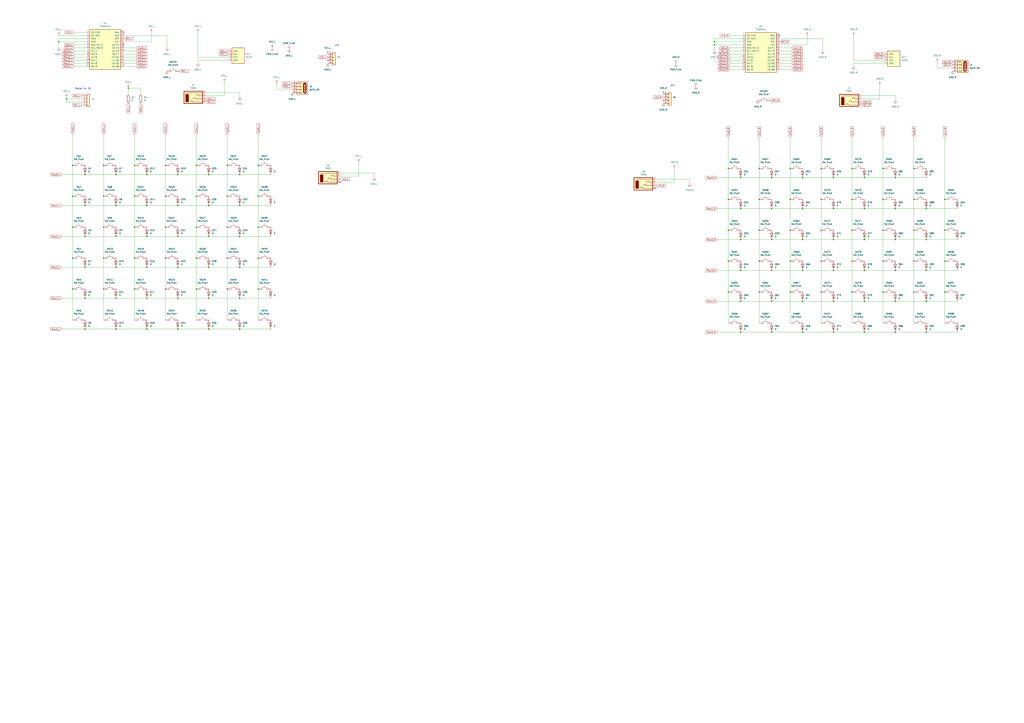
<source format=kicad_sch>
(kicad_sch (version 20250114) (generator "eeschema") (generator_version "9.0")
  (paper "A1")
  (text "LED" (at 276.606 37.338 0) (effects (font (size 1.27 1.27))))
  (text "Resist for i2c" (at 68.326 72.898 0) (effects (font (size 1.27 1.27))))
  (text "LED" (at 552.196 70.358 0) (effects (font (size 1.27 1.27))))
  (junction (at 699.77 138.43))
  (junction (at 684.53 273.05))
  (junction (at 659.13 222.25))
  (junction (at 161.29 186.69))
  (junction (at 171.45 194.31))
  (junction (at 95.25 194.31))
  (junction (at 598.17 214.63))
  (junction (at 69.85 194.31))
  (junction (at 85.09 186.69))
  (junction (at 659.13 247.65))
  (junction (at 648.97 240.03))
  (junction (at 110.49 186.69))
  (junction (at 648.97 138.43))
  (junction (at 196.85 270.51))
  (junction (at 699.77 163.83))
  (junction (at 69.85 143.51))
  (junction (at 135.89 161.29))
  (junction (at 196.85 168.91))
  (junction (at 725.17 240.03))
  (junction (at 633.73 273.05))
  (junction (at 69.85 270.51))
  (junction (at 196.85 194.31))
  (junction (at 59.69 161.29))
  (junction (at 586.74 34.29))
  (junction (at 171.45 219.71))
  (junction (at 684.53 196.85))
  (junction (at 95.25 245.11))
  (junction (at 709.93 171.45))
  (junction (at 95.25 143.51))
  (junction (at 735.33 273.05))
  (junction (at 85.09 161.29))
  (junction (at 95.25 219.71))
  (junction (at 95.25 270.51))
  (junction (at 633.73 146.05))
  (junction (at 684.53 146.05))
  (junction (at 775.97 189.23))
  (junction (at 750.57 240.03))
  (junction (at 775.97 163.83))
  (junction (at 623.57 138.43))
  (junction (at 110.49 161.29))
  (junction (at 161.29 237.49))
  (junction (at 161.29 135.89))
  (junction (at 623.57 189.23))
  (junction (at 760.73 196.85))
  (junction (at 750.57 163.83))
  (junction (at 105.41 72.39))
  (junction (at 709.93 247.65))
  (junction (at 54.61 81.28))
  (junction (at 775.97 214.63))
  (junction (at 598.17 163.83))
  (junction (at 59.69 186.69))
  (junction (at 608.33 171.45))
  (junction (at 161.29 212.09))
  (junction (at 212.09 161.29))
  (junction (at 735.33 222.25))
  (junction (at 648.97 214.63))
  (junction (at 709.93 196.85))
  (junction (at 725.17 163.83))
  (junction (at 120.65 245.11))
  (junction (at 171.45 168.91))
  (junction (at 186.69 186.69))
  (junction (at 735.33 196.85))
  (junction (at 59.69 212.09))
  (junction (at 59.69 135.89))
  (junction (at 750.57 214.63))
  (junction (at 633.73 222.25))
  (junction (at 85.09 237.49))
  (junction (at 674.37 214.63))
  (junction (at 735.33 171.45))
  (junction (at 608.33 222.25))
  (junction (at 59.69 237.49))
  (junction (at 212.09 237.49))
  (junction (at 120.65 194.31))
  (junction (at 608.33 273.05))
  (junction (at 699.77 240.03))
  (junction (at 648.97 163.83))
  (junction (at 633.73 171.45))
  (junction (at 735.33 247.65))
  (junction (at 674.37 163.83))
  (junction (at 725.17 214.63))
  (junction (at 775.97 240.03))
  (junction (at 659.13 273.05))
  (junction (at 659.13 196.85))
  (junction (at 750.57 189.23))
  (junction (at 709.93 222.25))
  (junction (at 146.05 168.91))
  (junction (at 120.65 270.51))
  (junction (at 750.57 138.43))
  (junction (at 684.53 247.65))
  (junction (at 212.09 135.89))
  (junction (at 598.17 189.23))
  (junction (at 48.26 34.29))
  (junction (at 598.17 138.43))
  (junction (at 120.65 219.71))
  (junction (at 608.33 196.85))
  (junction (at 725.17 189.23))
  (junction (at 659.13 146.05))
  (junction (at 674.37 189.23))
  (junction (at 699.77 189.23))
  (junction (at 709.93 273.05))
  (junction (at 608.33 247.65))
  (junction (at 85.09 135.89))
  (junction (at 659.13 171.45))
  (junction (at 186.69 161.29))
  (junction (at 146.05 245.11))
  (junction (at 135.89 135.89))
  (junction (at 623.57 214.63))
  (junction (at 95.25 168.91))
  (junction (at 146.05 219.71))
  (junction (at 684.53 222.25))
  (junction (at 760.73 247.65))
  (junction (at 709.93 146.05))
  (junction (at 110.49 212.09))
  (junction (at 161.29 161.29))
  (junction (at 699.77 214.63))
  (junction (at 623.57 163.83))
  (junction (at 633.73 196.85))
  (junction (at 212.09 186.69))
  (junction (at 69.85 245.11))
  (junction (at 196.85 143.51))
  (junction (at 760.73 222.25))
  (junction (at 586.74 36.83))
  (junction (at 85.09 212.09))
  (junction (at 146.05 270.51))
  (junction (at 212.09 212.09))
  (junction (at 69.85 168.91))
  (junction (at 623.57 240.03))
  (junction (at 135.89 237.49))
  (junction (at 674.37 138.43))
  (junction (at 135.89 212.09))
  (junction (at 674.37 240.03))
  (junction (at 608.33 146.05))
  (junction (at 135.89 186.69))
  (junction (at 633.73 247.65))
  (junction (at 186.69 212.09))
  (junction (at 146.05 194.31))
  (junction (at 171.45 270.51))
  (junction (at 171.45 245.11))
  (junction (at 110.49 237.49))
  (junction (at 171.45 143.51))
  (junction (at 196.85 219.71))
  (junction (at 725.17 138.43))
  (junction (at 120.65 143.51))
  (junction (at 735.33 146.05))
  (junction (at 186.69 237.49))
  (junction (at 196.85 245.11))
  (junction (at 146.05 143.51))
  (junction (at 110.49 135.89))
  (junction (at 186.69 135.89))
  (junction (at 684.53 171.45))
  (junction (at 598.17 240.03))
  (junction (at 648.97 189.23))
  (junction (at 760.73 273.05))
  (junction (at 120.65 168.91))
  (junction (at 69.85 219.71))
  (junction (at 760.73 171.45))
  (no_connect (at 544.83 82.55))
  (no_connect (at 279.4 149.86))
  (no_connect (at 640.08 29.21))
  (no_connect (at 269.24 49.53))
  (no_connect (at 538.48 154.94))
  (no_connect (at 101.6 36.83))
  (no_connect (at 101.6 26.67))
  (wire (pts (xy 186.69 212.09) (xy 186.69 237.49)))
  (wire (pts (xy 735.33 196.85) (xy 760.73 196.85)))
  (wire (pts (xy 307.34 142.24) (xy 307.34 146.05)))
  (wire (pts (xy 589.28 222.25) (xy 608.33 222.25)))
  (wire (pts (xy 59.69 161.29) (xy 59.69 186.69)))
  (wire (pts (xy 775.97 214.63) (xy 775.97 240.03)))
  (wire (pts (xy 599.44 41.91) (xy 609.6 41.91)))
  (wire (pts (xy 725.17 214.63) (xy 725.17 240.03)))
  (wire (pts (xy 171.45 168.91) (xy 196.85 168.91)))
  (wire (pts (xy 599.44 57.15) (xy 609.6 57.15)))
  (wire (pts (xy 599.44 39.37) (xy 609.6 39.37)))
  (wire (pts (xy 662.94 36.83) (xy 662.94 29.21)))
  (wire (pts (xy 674.37 113.03) (xy 674.37 138.43)))
  (wire (pts (xy 171.45 245.11) (xy 196.85 245.11)))
  (wire (pts (xy 640.08 41.91) (xy 650.24 41.91)))
  (wire (pts (xy 750.57 189.23) (xy 750.57 214.63)))
  (wire (pts (xy 648.97 240.03) (xy 648.97 265.43)))
  (wire (pts (xy 598.17 240.03) (xy 598.17 265.43)))
  (wire (pts (xy 168.91 78.74) (xy 184.15 78.74)))
  (wire (pts (xy 599.44 46.99) (xy 609.6 46.99)))
  (wire (pts (xy 709.93 146.05) (xy 735.33 146.05)))
  (wire (pts (xy 707.39 81.28) (xy 722.63 81.28)))
  (wire (pts (xy 623.57 214.63) (xy 623.57 240.03)))
  (wire (pts (xy 101.6 46.99) (xy 111.76 46.99)))
  (wire (pts (xy 623.57 240.03) (xy 623.57 265.43)))
  (wire (pts (xy 187.96 49.53) (xy 162.56 49.53)))
  (wire (pts (xy 750.57 113.03) (xy 750.57 138.43)))
  (wire (pts (xy 186.69 135.89) (xy 186.69 161.29)))
  (wire (pts (xy 609.6 34.29) (xy 586.74 34.29)))
  (wire (pts (xy 648.97 138.43) (xy 648.97 163.83)))
  (wire (pts (xy 60.96 44.45) (xy 71.12 44.45)))
  (wire (pts (xy 120.65 219.71) (xy 146.05 219.71)))
  (wire (pts (xy 674.37 240.03) (xy 674.37 265.43)))
  (wire (pts (xy 146.05 143.51) (xy 171.45 143.51)))
  (wire (pts (xy 648.97 163.83) (xy 648.97 189.23)))
  (wire (pts (xy 623.57 189.23) (xy 623.57 214.63)))
  (wire (pts (xy 60.96 52.07) (xy 71.12 52.07)))
  (wire (pts (xy 162.56 46.99) (xy 162.56 26.67)))
  (wire (pts (xy 95.25 219.71) (xy 120.65 219.71)))
  (wire (pts (xy 598.17 113.03) (xy 598.17 138.43)))
  (wire (pts (xy 146.05 270.51) (xy 171.45 270.51)))
  (wire (pts (xy 69.85 270.51) (xy 95.25 270.51)))
  (wire (pts (xy 608.33 247.65) (xy 633.73 247.65)))
  (wire (pts (xy 725.17 163.83) (xy 725.17 189.23)))
  (wire (pts (xy 599.44 52.07) (xy 609.6 52.07)))
  (wire (pts (xy 640.08 54.61) (xy 650.24 54.61)))
  (wire (pts (xy 699.77 138.43) (xy 699.77 163.83)))
  (wire (pts (xy 589.28 196.85) (xy 608.33 196.85)))
  (wire (pts (xy 161.29 161.29) (xy 161.29 186.69)))
  (wire (pts (xy 599.44 44.45) (xy 609.6 44.45)))
  (wire (pts (xy 640.08 52.07) (xy 650.24 52.07)))
  (wire (pts (xy 196.85 143.51) (xy 222.25 143.51)))
  (wire (pts (xy 120.65 270.51) (xy 146.05 270.51)))
  (wire (pts (xy 50.8 143.51) (xy 69.85 143.51)))
  (wire (pts (xy 586.74 31.75) (xy 609.6 31.75)))
  (wire (pts (xy 707.39 78.74) (xy 735.33 78.74)))
  (wire (pts (xy 69.85 219.71) (xy 95.25 219.71)))
  (wire (pts (xy 589.28 247.65) (xy 608.33 247.65)))
  (wire (pts (xy 598.17 214.63) (xy 598.17 240.03)))
  (wire (pts (xy 684.53 146.05) (xy 709.93 146.05)))
  (wire (pts (xy 675.64 31.75) (xy 675.64 41.91)))
  (wire (pts (xy 196.85 194.31) (xy 222.25 194.31)))
  (wire (pts (xy 750.57 138.43) (xy 750.57 163.83)))
  (wire (pts (xy 279.4 142.24) (xy 307.34 142.24)))
  (wire (pts (xy 599.44 49.53) (xy 609.6 49.53)))
  (wire (pts (xy 775.97 113.03) (xy 775.97 163.83)))
  (wire (pts (xy 95.25 194.31) (xy 120.65 194.31)))
  (wire (pts (xy 146.05 194.31) (xy 171.45 194.31)))
  (wire (pts (xy 623.57 163.83) (xy 623.57 189.23)))
  (wire (pts (xy 633.73 247.65) (xy 659.13 247.65)))
  (wire (pts (xy 168.91 76.2) (xy 196.85 76.2)))
  (wire (pts (xy 608.33 146.05) (xy 633.73 146.05)))
  (wire (pts (xy 684.53 247.65) (xy 709.93 247.65)))
  (wire (pts (xy 105.41 72.39) (xy 105.41 77.47)))
  (wire (pts (xy 684.53 171.45) (xy 709.93 171.45)))
  (wire (pts (xy 598.17 163.83) (xy 598.17 189.23)))
  (wire (pts (xy 162.56 49.53) (xy 162.56 52.07)))
  (wire (pts (xy 699.77 214.63) (xy 699.77 240.03)))
  (wire (pts (xy 85.09 135.89) (xy 85.09 161.29)))
  (wire (pts (xy 725.17 113.03) (xy 725.17 138.43)))
  (wire (pts (xy 50.8 270.51) (xy 69.85 270.51)))
  (wire (pts (xy 135.89 135.89) (xy 135.89 161.29)))
  (wire (pts (xy 633.73 171.45) (xy 659.13 171.45)))
  (wire (pts (xy 735.33 171.45) (xy 760.73 171.45)))
  (wire (pts (xy 69.85 143.51) (xy 95.25 143.51)))
  (wire (pts (xy 135.89 186.69) (xy 135.89 212.09)))
  (wire (pts (xy 609.6 36.83) (xy 586.74 36.83)))
  (wire (pts (xy 146.05 245.11) (xy 171.45 245.11)))
  (wire (pts (xy 775.97 189.23) (xy 775.97 214.63)))
  (wire (pts (xy 589.28 146.05) (xy 608.33 146.05)))
  (wire (pts (xy 640.08 39.37) (xy 650.24 39.37)))
  (wire (pts (xy 598.17 189.23) (xy 598.17 214.63)))
  (wire (pts (xy 60.96 41.91) (xy 71.12 41.91)))
  (wire (pts (xy 735.33 146.05) (xy 760.73 146.05)))
  (wire (pts (xy 101.6 49.53) (xy 111.76 49.53)))
  (wire (pts (xy 161.29 135.89) (xy 161.29 161.29)))
  (wire (pts (xy 60.96 54.61) (xy 71.12 54.61)))
  (wire (pts (xy 674.37 138.43) (xy 674.37 163.83)))
  (wire (pts (xy 775.97 240.03) (xy 775.97 265.43)))
  (wire (pts (xy 69.85 168.91) (xy 95.25 168.91)))
  (wire (pts (xy 750.57 163.83) (xy 750.57 189.23)))
  (wire (pts (xy 161.29 212.09) (xy 161.29 237.49)))
  (wire (pts (xy 137.16 29.21) (xy 137.16 39.37)))
  (wire (pts (xy 48.26 31.75) (xy 48.26 34.29)))
  (wire (pts (xy 640.08 57.15) (xy 650.24 57.15)))
  (wire (pts (xy 69.85 194.31) (xy 95.25 194.31)))
  (wire (pts (xy 709.93 171.45) (xy 735.33 171.45)))
  (wire (pts (xy 684.53 196.85) (xy 709.93 196.85)))
  (wire (pts (xy 775.97 163.83) (xy 775.97 189.23)))
  (wire (pts (xy 722.63 69.85) (xy 722.63 81.28)))
  (wire (pts (xy 50.8 168.91) (xy 69.85 168.91)))
  (wire (pts (xy 538.48 149.86) (xy 553.72 149.86)))
  (wire (pts (xy 279.4 144.78) (xy 294.64 144.78)))
  (wire (pts (xy 589.28 171.45) (xy 608.33 171.45)))
  (wire (pts (xy 566.42 147.32) (xy 566.42 151.13)))
  (wire (pts (xy 640.08 44.45) (xy 650.24 44.45)))
  (wire (pts (xy 69.85 245.11) (xy 95.25 245.11)))
  (wire (pts (xy 137.16 29.21) (xy 101.6 29.21)))
  (wire (pts (xy 212.09 186.69) (xy 212.09 212.09)))
  (wire (pts (xy 659.13 171.45) (xy 684.53 171.45)))
  (wire (pts (xy 212.09 237.49) (xy 212.09 262.89)))
  (wire (pts (xy 95.25 245.11) (xy 120.65 245.11)))
  (wire (pts (xy 538.48 147.32) (xy 566.42 147.32)))
  (wire (pts (xy 110.49 161.29) (xy 110.49 186.69)))
  (wire (pts (xy 59.69 110.49) (xy 59.69 135.89)))
  (wire (pts (xy 110.49 110.49) (xy 110.49 135.89)))
  (wire (pts (xy 599.44 54.61) (xy 609.6 54.61)))
  (wire (pts (xy 227.33 73.66) (xy 227.33 68.58)))
  (wire (pts (xy 101.6 41.91) (xy 111.76 41.91)))
  (wire (pts (xy 146.05 219.71) (xy 171.45 219.71)))
  (wire (pts (xy 589.28 273.05) (xy 608.33 273.05)))
  (wire (pts (xy 735.33 247.65) (xy 760.73 247.65)))
  (wire (pts (xy 709.93 196.85) (xy 735.33 196.85)))
  (wire (pts (xy 115.57 72.39) (xy 105.41 72.39)))
  (wire (pts (xy 196.85 168.91) (xy 222.25 168.91)))
  (wire (pts (xy 735.33 78.74) (xy 735.33 82.55)))
  (wire (pts (xy 101.6 54.61) (xy 111.76 54.61)))
  (wire (pts (xy 725.17 240.03) (xy 725.17 265.43)))
  (wire (pts (xy 760.73 171.45) (xy 786.13 171.45)))
  (wire (pts (xy 648.97 214.63) (xy 648.97 240.03)))
  (wire (pts (xy 71.12 31.75) (xy 48.26 31.75)))
  (wire (pts (xy 95.25 270.51) (xy 120.65 270.51)))
  (wire (pts (xy 709.93 247.65) (xy 735.33 247.65)))
  (wire (pts (xy 294.64 133.35) (xy 294.64 144.78)))
  (wire (pts (xy 648.97 189.23) (xy 648.97 214.63)))
  (wire (pts (xy 85.09 161.29) (xy 85.09 186.69)))
  (wire (pts (xy 760.73 247.65) (xy 786.13 247.65)))
  (wire (pts (xy 186.69 186.69) (xy 186.69 212.09)))
  (wire (pts (xy 699.77 163.83) (xy 699.77 189.23)))
  (wire (pts (xy 212.09 161.29) (xy 212.09 186.69)))
  (wire (pts (xy 608.33 196.85) (xy 633.73 196.85)))
  (wire (pts (xy 659.13 196.85) (xy 684.53 196.85)))
  (wire (pts (xy 124.46 34.29) (xy 124.46 26.67)))
  (wire (pts (xy 85.09 110.49) (xy 85.09 135.89)))
  (wire (pts (xy 609.6 29.21) (xy 599.44 29.21)))
  (wire (pts (xy 120.65 168.91) (xy 146.05 168.91)))
  (wire (pts (xy 60.96 49.53) (xy 71.12 49.53)))
  (wire (pts (xy 735.33 273.05) (xy 760.73 273.05)))
  (wire (pts (xy 586.74 36.83) (xy 586.74 41.91)))
  (wire (pts (xy 699.77 240.03) (xy 699.77 265.43)))
  (wire (pts (xy 186.69 237.49) (xy 186.69 262.89)))
  (wire (pts (xy 85.09 186.69) (xy 85.09 212.09)))
  (wire (pts (xy 699.77 189.23) (xy 699.77 214.63)))
  (wire (pts (xy 187.96 46.99) (xy 162.56 46.99)))
  (wire (pts (xy 120.65 245.11) (xy 146.05 245.11)))
  (wire (pts (xy 750.57 214.63) (xy 750.57 240.03)))
  (wire (pts (xy 186.69 110.49) (xy 186.69 135.89)))
  (wire (pts (xy 648.97 113.03) (xy 648.97 138.43)))
  (wire (pts (xy 196.85 76.2) (xy 196.85 80.01)))
  (wire (pts (xy 726.44 49.53) (xy 701.04 49.53)))
  (wire (pts (xy 735.33 222.25) (xy 760.73 222.25)))
  (wire (pts (xy 640.08 46.99) (xy 650.24 46.99)))
  (wire (pts (xy 633.73 146.05) (xy 659.13 146.05)))
  (wire (pts (xy 709.93 273.05) (xy 735.33 273.05)))
  (wire (pts (xy 750.57 240.03) (xy 750.57 265.43)))
  (wire (pts (xy 674.37 214.63) (xy 674.37 240.03)))
  (wire (pts (xy 623.57 113.03) (xy 623.57 138.43)))
  (wire (pts (xy 120.65 194.31) (xy 146.05 194.31)))
  (wire (pts (xy 659.13 146.05) (xy 684.53 146.05)))
  (wire (pts (xy 212.09 110.49) (xy 212.09 135.89)))
  (wire (pts (xy 171.45 219.71) (xy 196.85 219.71)))
  (wire (pts (xy 675.64 31.75) (xy 640.08 31.75)))
  (wire (pts (xy 48.26 34.29) (xy 48.26 39.37)))
  (wire (pts (xy 659.13 273.05) (xy 684.53 273.05)))
  (wire (pts (xy 110.49 135.89) (xy 110.49 161.29)))
  (wire (pts (xy 633.73 222.25) (xy 659.13 222.25)))
  (wire (pts (xy 95.25 168.91) (xy 120.65 168.91)))
  (wire (pts (xy 95.25 143.51) (xy 120.65 143.51)))
  (wire (pts (xy 212.09 212.09) (xy 212.09 237.49)))
  (wire (pts (xy 50.8 219.71) (xy 69.85 219.71)))
  (wire (pts (xy 101.6 44.45) (xy 111.76 44.45)))
  (wire (pts (xy 196.85 245.11) (xy 222.25 245.11)))
  (wire (pts (xy 623.57 138.43) (xy 623.57 163.83)))
  (wire (pts (xy 196.85 270.51) (xy 222.25 270.51)))
  (wire (pts (xy 60.96 46.99) (xy 71.12 46.99)))
  (wire (pts (xy 171.45 270.51) (xy 196.85 270.51)))
  (wire (pts (xy 586.74 34.29) (xy 586.74 36.83)))
  (wire (pts (xy 135.89 237.49) (xy 135.89 262.89)))
  (wire (pts (xy 760.73 273.05) (xy 786.13 273.05)))
  (wire (pts (xy 709.93 222.25) (xy 735.33 222.25)))
  (wire (pts (xy 640.08 36.83) (xy 662.94 36.83)))
  (wire (pts (xy 110.49 237.49) (xy 110.49 262.89)))
  (wire (pts (xy 633.73 196.85) (xy 659.13 196.85)))
  (wire (pts (xy 120.65 143.51) (xy 146.05 143.51)))
  (wire (pts (xy 50.8 194.31) (xy 69.85 194.31)))
  (wire (pts (xy 212.09 135.89) (xy 212.09 161.29)))
  (wire (pts (xy 608.33 273.05) (xy 633.73 273.05)))
  (wire (pts (xy 115.57 77.47) (xy 115.57 72.39)))
  (wire (pts (xy 184.15 67.31) (xy 184.15 78.74)))
  (wire (pts (xy 135.89 110.49) (xy 135.89 135.89)))
  (wire (pts (xy 684.53 222.25) (xy 709.93 222.25)))
  (wire (pts (xy 110.49 186.69) (xy 110.49 212.09)))
  (wire (pts (xy 196.85 219.71) (xy 222.25 219.71)))
  (wire (pts (xy 71.12 26.67) (xy 60.96 26.67)))
  (wire (pts (xy 782.32 55.88) (xy 769.62 55.88)))
  (wire (pts (xy 54.61 80.01) (xy 54.61 81.28)))
  (wire (pts (xy 59.69 135.89) (xy 59.69 161.29)))
  (wire (pts (xy 146.05 168.91) (xy 171.45 168.91)))
  (wire (pts (xy 54.61 81.28) (xy 67.31 81.28)))
  (wire (pts (xy 608.33 171.45) (xy 633.73 171.45)))
  (wire (pts (xy 101.6 34.29) (xy 124.46 34.29)))
  (wire (pts (xy 59.69 186.69) (xy 59.69 212.09)))
  (wire (pts (xy 701.04 49.53) (xy 701.04 29.21)))
  (wire (pts (xy 701.04 52.07) (xy 701.04 54.61)))
  (wire (pts (xy 67.31 83.82) (xy 54.61 83.82)))
  (wire (pts (xy 586.74 31.75) (xy 586.74 34.29)))
  (wire (pts (xy 725.17 189.23) (xy 725.17 214.63)))
  (wire (pts (xy 553.72 138.43) (xy 553.72 149.86)))
  (wire (pts (xy 598.17 138.43) (xy 598.17 163.83)))
  (wire (pts (xy 101.6 52.07) (xy 111.76 52.07)))
  (wire (pts (xy 726.44 52.07) (xy 701.04 52.07)))
  (wire (pts (xy 161.29 110.49) (xy 161.29 135.89)))
  (wire (pts (xy 85.09 212.09) (xy 85.09 237.49)))
  (wire (pts (xy 59.69 212.09) (xy 59.69 237.49)))
  (wire (pts (xy 659.13 247.65) (xy 684.53 247.65)))
  (wire (pts (xy 135.89 212.09) (xy 135.89 237.49)))
  (wire (pts (xy 186.69 161.29) (xy 186.69 186.69)))
  (wire (pts (xy 85.09 237.49) (xy 85.09 262.89)))
  (wire (pts (xy 110.49 212.09) (xy 110.49 237.49)))
  (wire (pts (xy 760.73 196.85) (xy 786.13 196.85)))
  (wire (pts (xy 135.89 161.29) (xy 135.89 186.69)))
  (wire (pts (xy 171.45 194.31) (xy 196.85 194.31)))
  (wire (pts (xy 608.33 222.25) (xy 633.73 222.25)))
  (wire (pts (xy 760.73 222.25) (xy 786.13 222.25)))
  (wire (pts (xy 50.8 245.11) (xy 69.85 245.11)))
  (wire (pts (xy 240.03 73.66) (xy 227.33 73.66)))
  (wire (pts (xy 684.53 273.05) (xy 709.93 273.05)))
  (wire (pts (xy 769.62 55.88) (xy 769.62 50.8)))
  (wire (pts (xy 725.17 138.43) (xy 725.17 163.83)))
  (wire (pts (xy 699.77 113.03) (xy 699.77 138.43)))
  (wire (pts (xy 59.69 237.49) (xy 59.69 262.89)))
  (wire (pts (xy 71.12 34.29) (xy 48.26 34.29)))
  (wire (pts (xy 633.73 273.05) (xy 659.13 273.05)))
  (wire (pts (xy 640.08 49.53) (xy 650.24 49.53)))
  (wire (pts (xy 101.6 39.37) (xy 111.76 39.37)))
  (wire (pts (xy 48.26 29.21) (xy 71.12 29.21)))
  (wire (pts (xy 161.29 186.69) (xy 161.29 212.09)))
  (wire (pts (xy 674.37 189.23) (xy 674.37 214.63)))
  (wire (pts (xy 171.45 143.51) (xy 196.85 143.51)))
  (wire (pts (xy 659.13 222.25) (xy 684.53 222.25)))
  (wire (pts (xy 54.61 83.82) (xy 54.61 81.28)))
  (wire (pts (xy 674.37 163.83) (xy 674.37 189.23)))
  (wire (pts (xy 161.29 237.49) (xy 161.29 262.89)))
  (wire (pts (xy 60.96 36.83) (xy 71.12 36.83)))
  (wire (pts (xy 60.96 39.37) (xy 71.12 39.37)))
  (global_label "Col2_L" (shape input) (at 111.76 49.53 0) (property "Intersheetrefs" "${INTERSHEET_REFS}" (effects (hide yes))))
  (global_label "Row3_L" (shape input) (at 50.8 219.71 180) (property "Intersheetrefs" "${INTERSHEET_REFS}" (effects (hide yes))))
  (global_label "SCL_L" (shape input) (at 67.31 86.36 180) (property "Intersheetrefs" "${INTERSHEET_REFS}" (effects (hide yes))))
  (global_label "Col0_R" (shape input) (at 650.24 57.15 0) (property "Intersheetrefs" "${INTERSHEET_REFS}" (effects (hide yes))))
  (global_label "Col1_R" (shape input) (at 650.24 54.61 0) (property "Intersheetrefs" "${INTERSHEET_REFS}" (effects (hide yes))))
  (global_label "Row0_R" (shape input) (at 589.28 146.05 180) (property "Intersheetrefs" "${INTERSHEET_REFS}" (effects (hide yes))))
  (global_label "Row2_R" (shape input) (at 589.28 196.85 180) (property "Intersheetrefs" "${INTERSHEET_REFS}" (effects (hide yes))))
  (global_label "Col2_R" (shape input) (at 648.97 113.03 90) (property "Intersheetrefs" "${INTERSHEET_REFS}" (effects (hide yes))))
  (global_label "LED_L" (shape input) (at 60.96 26.67 180) (property "Intersheetrefs" "${INTERSHEET_REFS}" (effects (hide yes))))
  (global_label "Col7_R" (shape input) (at 775.97 113.03 90) (property "Intersheetrefs" "${INTERSHEET_REFS}" (effects (hide yes))))
  (global_label "Col6_R" (shape input) (at 750.57 113.03 90) (property "Intersheetrefs" "${INTERSHEET_REFS}" (effects (hide yes))))
  (global_label "Col2_R" (shape input) (at 650.24 52.07 0) (property "Intersheetrefs" "${INTERSHEET_REFS}" (effects (hide yes))))
  (global_label "SDA_L" (shape input) (at 168.91 81.28 0) (property "Intersheetrefs" "${INTERSHEET_REFS}" (effects (hide yes))))
  (global_label "Row0_L" (shape input) (at 60.96 54.61 180) (property "Intersheetrefs" "${INTERSHEET_REFS}" (effects (hide yes))))
  (global_label "Row2_L" (shape input) (at 60.96 49.53 180) (property "Intersheetrefs" "${INTERSHEET_REFS}" (effects (hide yes))))
  (global_label "RST_L" (shape input) (at 101.6 31.75 0) (property "Intersheetrefs" "${INTERSHEET_REFS}" (effects (hide yes))))
  (global_label "Row2_L" (shape input) (at 50.8 194.31 180) (property "Intersheetrefs" "${INTERSHEET_REFS}" (effects (hide yes))))
  (global_label "Row4_L" (shape input) (at 60.96 44.45 180) (property "Intersheetrefs" "${INTERSHEET_REFS}" (effects (hide yes))))
  (global_label "Col4_L" (shape input) (at 161.29 110.49 90) (property "Intersheetrefs" "${INTERSHEET_REFS}" (effects (hide yes))))
  (global_label "Row2_R" (shape input) (at 599.44 52.07 180) (property "Intersheetrefs" "${INTERSHEET_REFS}" (effects (hide yes))))
  (global_label "Col0_L" (shape input) (at 111.76 54.61 0) (property "Intersheetrefs" "${INTERSHEET_REFS}" (effects (hide yes))))
  (global_label "SCL_R" (shape input) (at 726.44 46.99 180) (property "Intersheetrefs" "${INTERSHEET_REFS}" (effects (hide yes))))
  (global_label "Col5_L" (shape input) (at 186.69 110.49 90) (property "Intersheetrefs" "${INTERSHEET_REFS}" (effects (hide yes))))
  (global_label "SDA_L" (shape input) (at 240.03 71.12 180) (property "Intersheetrefs" "${INTERSHEET_REFS}" (effects (hide yes))))
  (global_label "SDA_L" (shape input) (at 60.96 36.83 180) (property "Intersheetrefs" "${INTERSHEET_REFS}" (effects (hide yes))))
  (global_label "LED_R" (shape input) (at 599.44 29.21 180) (property "Intersheetrefs" "${INTERSHEET_REFS}" (effects (hide yes))))
  (global_label "Row5_L" (shape input) (at 60.96 41.91 180) (property "Intersheetrefs" "${INTERSHEET_REFS}" (effects (hide yes))))
  (global_label "LED_L" (shape input) (at 279.4 147.32 0) (property "Intersheetrefs" "${INTERSHEET_REFS}" (effects (hide yes))))
  (global_label "Row1_L" (shape input) (at 60.96 52.07 180) (property "Intersheetrefs" "${INTERSHEET_REFS}" (effects (hide yes))))
  (global_label "Col2_L" (shape input) (at 110.49 110.49 90) (property "Intersheetrefs" "${INTERSHEET_REFS}" (effects (hide yes))))
  (global_label "Col6_L" (shape input) (at 212.09 110.49 90) (property "Intersheetrefs" "${INTERSHEET_REFS}" (effects (hide yes))))
  (global_label "Row1_R" (shape input) (at 599.44 54.61 180) (property "Intersheetrefs" "${INTERSHEET_REFS}" (effects (hide yes))))
  (global_label "Col3_R" (shape input) (at 674.37 113.03 90) (property "Intersheetrefs" "${INTERSHEET_REFS}" (effects (hide yes))))
  (global_label "Row5_R" (shape input) (at 599.44 44.45 180) (property "Intersheetrefs" "${INTERSHEET_REFS}" (effects (hide yes))))
  (global_label "RST_R" (shape input) (at 632.46 82.55 0) (property "Intersheetrefs" "${INTERSHEET_REFS}" (effects (hide yes))))
  (global_label "SCL_R" (shape input) (at 707.39 86.36 0) (property "Intersheetrefs" "${INTERSHEET_REFS}" (effects (hide yes))))
  (global_label "Col7_R" (shape input) (at 650.24 39.37 0) (property "Intersheetrefs" "${INTERSHEET_REFS}" (effects (hide yes))))
  (global_label "Row5_L" (shape input) (at 50.8 270.51 180) (property "Intersheetrefs" "${INTERSHEET_REFS}" (effects (hide yes))))
  (global_label "Col6_R" (shape input) (at 650.24 41.91 0) (property "Intersheetrefs" "${INTERSHEET_REFS}" (effects (hide yes))))
  (global_label "Col5_L" (shape input) (at 111.76 41.91 0) (property "Intersheetrefs" "${INTERSHEET_REFS}" (effects (hide yes))))
  (global_label "Col6_L" (shape input) (at 111.76 39.37 0) (property "Intersheetrefs" "${INTERSHEET_REFS}" (effects (hide yes))))
  (global_label "RST_R" (shape input) (at 640.08 34.29 0) (property "Intersheetrefs" "${INTERSHEET_REFS}" (effects (hide yes))))
  (global_label "SDA_L" (shape input) (at 187.96 41.91 180) (property "Intersheetrefs" "${INTERSHEET_REFS}" (effects (hide yes))))
  (global_label "Row1_L" (shape input) (at 50.8 168.91 180) (property "Intersheetrefs" "${INTERSHEET_REFS}" (effects (hide yes))))
  (global_label "SCL_L" (shape input) (at 60.96 39.37 180) (property "Intersheetrefs" "${INTERSHEET_REFS}" (effects (hide yes))))
  (global_label "Col4_R" (shape input) (at 650.24 46.99 0) (property "Intersheetrefs" "${INTERSHEET_REFS}" (effects (hide yes))))
  (global_label "Col4_R" (shape input) (at 699.77 113.03 90) (property "Intersheetrefs" "${INTERSHEET_REFS}" (effects (hide yes))))
  (global_label "Row4_R" (shape input) (at 589.28 247.65 180) (property "Intersheetrefs" "${INTERSHEET_REFS}" (effects (hide yes))))
  (global_label "LED_R" (shape input) (at 544.83 80.01 180) (property "Intersheetrefs" "${INTERSHEET_REFS}" (effects (hide yes))))
  (global_label "Row0_L" (shape input) (at 50.8 143.51 180) (property "Intersheetrefs" "${INTERSHEET_REFS}" (effects (hide yes))))
  (global_label "Col0_L" (shape input) (at 59.69 110.49 90) (property "Intersheetrefs" "${INTERSHEET_REFS}" (effects (hide yes))))
  (global_label "SDA_L" (shape input) (at 67.31 78.74 180) (property "Intersheetrefs" "${INTERSHEET_REFS}" (effects (hide yes))))
  (global_label "LED_L" (shape input) (at 269.24 46.99 180) (property "Intersheetrefs" "${INTERSHEET_REFS}" (effects (hide yes))))
  (global_label "Col1_L" (shape input) (at 111.76 52.07 0) (property "Intersheetrefs" "${INTERSHEET_REFS}" (effects (hide yes))))
  (global_label "Row1_R" (shape input) (at 589.28 171.45 180) (property "Intersheetrefs" "${INTERSHEET_REFS}" (effects (hide yes))))
  (global_label "Col0_R" (shape input) (at 598.17 113.03 90) (property "Intersheetrefs" "${INTERSHEET_REFS}" (effects (hide yes))))
  (global_label "Row4_R" (shape input) (at 599.44 46.99 180) (property "Intersheetrefs" "${INTERSHEET_REFS}" (effects (hide yes))))
  (global_label "Row5_R" (shape input) (at 589.28 273.05 180) (property "Intersheetrefs" "${INTERSHEET_REFS}" (effects (hide yes))))
  (global_label "SCL_L" (shape input) (at 187.96 44.45 180) (property "Intersheetrefs" "${INTERSHEET_REFS}" (effects (hide yes))))
  (global_label "Row0_R" (shape input) (at 599.44 57.15 180) (property "Intersheetrefs" "${INTERSHEET_REFS}" (effects (hide yes))))
  (global_label "SDA_R" (shape input) (at 726.44 44.45 180) (property "Intersheetrefs" "${INTERSHEET_REFS}" (effects (hide yes))))
  (global_label "Row3_R" (shape input) (at 589.28 222.25 180) (property "Intersheetrefs" "${INTERSHEET_REFS}" (effects (hide yes))))
  (global_label "Col1_R" (shape input) (at 623.57 113.03 90) (property "Intersheetrefs" "${INTERSHEET_REFS}" (effects (hide yes))))
  (global_label "SCL_L" (shape input) (at 240.03 68.58 180) (property "Intersheetrefs" "${INTERSHEET_REFS}" (effects (hide yes))))
  (global_label "Row3_R" (shape input) (at 599.44 49.53 180) (property "Intersheetrefs" "${INTERSHEET_REFS}" (effects (hide yes))))
  (global_label "RST_L" (shape input) (at 147.32 58.42 0) (property "Intersheetrefs" "${INTERSHEET_REFS}" (effects (hide yes))))
  (global_label "SCL_R" (shape input) (at 782.32 50.8 180) (property "Intersheetrefs" "${INTERSHEET_REFS}" (effects (hide yes))))
  (global_label "SCL_R" (shape input) (at 599.44 41.91 180) (property "Intersheetrefs" "${INTERSHEET_REFS}" (effects (hide yes))))
  (global_label "SCL_L" (shape input) (at 105.41 85.09 270) (property "Intersheetrefs" "${INTERSHEET_REFS}" (effects (hide yes))))
  (global_label "LED_R" (shape input) (at 538.48 152.4 0) (property "Intersheetrefs" "${INTERSHEET_REFS}" (effects (hide yes))))
  (global_label "Col4_L" (shape input) (at 111.76 44.45 0) (property "Intersheetrefs" "${INTERSHEET_REFS}" (effects (hide yes))))
  (global_label "Col3_L" (shape input) (at 111.76 46.99 0) (property "Intersheetrefs" "${INTERSHEET_REFS}" (effects (hide yes))))
  (global_label "SDA_R" (shape input) (at 782.32 53.34 180) (property "Intersheetrefs" "${INTERSHEET_REFS}" (effects (hide yes))))
  (global_label "SDA_L" (shape input) (at 115.57 85.09 270) (property "Intersheetrefs" "${INTERSHEET_REFS}" (effects (hide yes))))
  (global_label "SCL_L" (shape input) (at 168.91 83.82 0) (property "Intersheetrefs" "${INTERSHEET_REFS}" (effects (hide yes))))
  (global_label "Col3_R" (shape input) (at 650.24 49.53 0) (property "Intersheetrefs" "${INTERSHEET_REFS}" (effects (hide yes))))
  (global_label "SDA_R" (shape input) (at 599.44 39.37 180) (property "Intersheetrefs" "${INTERSHEET_REFS}" (effects (hide yes))))
  (global_label "Col5_R" (shape input) (at 725.17 113.03 90) (property "Intersheetrefs" "${INTERSHEET_REFS}" (effects (hide yes))))
  (global_label "Col3_L" (shape input) (at 135.89 110.49 90) (property "Intersheetrefs" "${INTERSHEET_REFS}" (effects (hide yes))))
  (global_label "Col1_L" (shape input) (at 85.09 110.49 90) (property "Intersheetrefs" "${INTERSHEET_REFS}" (effects (hide yes))))
  (global_label "Row4_L" (shape input) (at 50.8 245.11 180) (property "Intersheetrefs" "${INTERSHEET_REFS}" (effects (hide yes))))
  (global_label "Row3_L" (shape input) (at 60.96 46.99 180) (property "Intersheetrefs" "${INTERSHEET_REFS}" (effects (hide yes))))
  (global_label "Col5_R" (shape input) (at 650.24 44.45 0) (property "Intersheetrefs" "${INTERSHEET_REFS}" (effects (hide yes))))
  (global_label "SDA_R" (shape input) (at 707.39 83.82 0) (property "Intersheetrefs" "${INTERSHEET_REFS}" (effects (hide yes))))
  (symbol (lib_id "power:GND2") (at 675.64 41.91 0) (unit 1)
    (property "Reference" "#PWR18" (effects (hide yes)))
    (property "Value" "GND_R" (at 675.64 46.99 0))
    (property "Description" "Power symbol creates a global label with name \"GND2\" , ground" (effects (hide yes)))
  )
  (symbol (lib_id "Device:D") (at 633.73 167.64 90) (unit 1)
    (property "Reference" "D58" (at 636.27 166.3699 90) (effects (justify right)))
    (property "Value" "D" (at 636.27 168.9099 90) (effects (justify right)))
    (property "Footprint" "kbd_Parts:Diode_SMD" (effects (hide yes)))
    (property "Description" "Diode" (effects (hide yes)))
    (property "Sim.Device" "D" (effects (hide yes)))
    (property "Sim.Pins" "1=K 2=A" (effects (hide yes)))
  )
  (symbol (lib_id "Device:D") (at 171.45 241.3 90) (unit 1)
    (property "Reference" "D29" (at 173.99 240.0299 90) (effects (justify right)))
    (property "Value" "D" (at 173.99 242.5699 90) (effects (justify right)))
    (property "Footprint" "kbd_Parts:Diode_SMD" (effects (hide yes)))
    (property "Description" "Diode" (effects (hide yes)))
    (property "Sim.Device" "D" (effects (hide yes)))
    (property "Sim.Pins" "1=K 2=A" (effects (hide yes)))
  )
  (symbol (lib_id "Device:D") (at 146.05 266.7 90) (unit 1)
    (property "Reference" "D24" (at 148.59 265.4299 90) (effects (justify right)))
    (property "Value" "D" (at 148.59 267.9699 90) (effects (justify right)))
    (property "Footprint" "kbd_Parts:Diode_SMD" (effects (hide yes)))
    (property "Description" "Diode" (effects (hide yes)))
    (property "Sim.Device" "D" (effects (hide yes)))
    (property "Sim.Pins" "1=K 2=A" (effects (hide yes)))
  )
  (symbol (lib_id "BrownSugar_KBD:TRRS") (at 269.24 146.05 0) (unit 1)
    (property "Reference" "J6" (at 269.24 135.89 0))
    (property "Value" "TRRS" (at 269.24 138.43 0))
    (property "Footprint" "BrownSugar_KBD:TRRS_PJ-320A" (effects (hide yes)))
  )
  (symbol (lib_id "Device:D") (at 120.65 165.1 90) (unit 1)
    (property "Reference" "D14" (at 123.19 163.8299 90) (effects (justify right)))
    (property "Value" "D" (at 123.19 166.3699 90) (effects (justify right)))
    (property "Footprint" "kbd_Parts:Diode_SMD" (effects (hide yes)))
    (property "Description" "Diode" (effects (hide yes)))
    (property "Sim.Device" "D" (effects (hide yes)))
    (property "Sim.Pins" "1=K 2=A" (effects (hide yes)))
  )
  (symbol (lib_id "Device:D") (at 69.85 266.7 90) (unit 1)
    (property "Reference" "D6" (at 72.39 265.4299 90) (effects (justify right)))
    (property "Value" "D" (at 72.39 267.9699 90) (effects (justify right)))
    (property "Footprint" "kbd_Parts:Diode_SMD" (effects (hide yes)))
    (property "Description" "Diode" (effects (hide yes)))
    (property "Sim.Device" "D" (effects (hide yes)))
    (property "Sim.Pins" "1=K 2=A" (effects (hide yes)))
  )
  (symbol (lib_id "power:GND1") (at 240.03 76.2 0) (unit 1)
    (property "Reference" "#PWR26" (effects (hide yes)))
    (property "Value" "GND_L" (at 240.03 81.28 0))
    (property "Description" "Power symbol creates a global label with name \"GND1\" , ground" (effects (hide yes)))
  )
  (symbol (lib_id "power:PWR_FLAG") (at 223.52 39.37 180) (unit 1)
    (property "Reference" "#FLG3" (effects (hide yes)))
    (property "Value" "PWR_FLAG" (at 223.52 44.45 0))
    (property "Description" "Special symbol for telling ERC where power comes from" (effects (hide yes)))
  )
  (symbol (lib_id "Switch:SW_Push") (at 781.05 214.63 0) (mirror y) (unit 1)
    (property "Reference" "SW96" (at 781.05 207.01 0))
    (property "Value" "SW_Push" (at 781.05 209.55 0))
    (property "Footprint" "Rikkodo_FootPrint:rkd_Asm_ChocV1V2byV1_Hotswap_2u" (effects (hide yes)))
    (property "Description" "Push button switch, generic, two pins" (effects (hide yes)))
  )
  (symbol (lib_id "Switch:SW_Push") (at 755.65 138.43 0) (mirror y) (unit 1)
    (property "Reference" "SW87" (at 755.65 130.81 0))
    (property "Value" "SW_Push" (at 755.65 133.35 0))
    (property "Footprint" "Rikkodo_FootPrint:rkd_Asm_ChocV1V2_Hotswap_1u" (effects (hide yes)))
    (property "Description" "Push button switch, generic, two pins" (effects (hide yes)))
  )
  (symbol (lib_id "Device:D") (at 709.93 167.64 90) (unit 1)
    (property "Reference" "D76" (at 712.47 166.3699 90) (effects (justify right)))
    (property "Value" "D" (at 712.47 168.9099 90) (effects (justify right)))
    (property "Footprint" "kbd_Parts:Diode_SMD" (effects (hide yes)))
    (property "Description" "Diode" (effects (hide yes)))
    (property "Sim.Device" "D" (effects (hide yes)))
    (property "Sim.Pins" "1=K 2=A" (effects (hide yes)))
  )
  (symbol (lib_id "Switch:SW_Push") (at 679.45 265.43 0) (mirror y) (unit 1)
    (property "Reference" "SW74" (at 679.45 257.81 0))
    (property "Value" "SW_Push" (at 679.45 260.35 0))
    (property "Footprint" "Rikkodo_FootPrint:rkd_Asm_ChocV1V2_Hotswap_1u" (effects (hide yes)))
    (property "Description" "Push button switch, generic, two pins" (effects (hide yes)))
  )
  (symbol (lib_id "Device:D") (at 633.73 243.84 90) (unit 1)
    (property "Reference" "D61" (at 636.27 242.5699 90) (effects (justify right)))
    (property "Value" "D" (at 636.27 245.1099 90) (effects (justify right)))
    (property "Footprint" "kbd_Parts:Diode_SMD" (effects (hide yes)))
    (property "Description" "Diode" (effects (hide yes)))
    (property "Sim.Device" "D" (effects (hide yes)))
    (property "Sim.Pins" "1=K 2=A" (effects (hide yes)))
  )
  (symbol (lib_id "Switch:SW_Push") (at 654.05 214.63 0) (mirror y) (unit 1)
    (property "Reference" "SW66" (at 654.05 207.01 0))
    (property "Value" "SW_Push" (at 654.05 209.55 0))
    (property "Footprint" "Rikkodo_FootPrint:rkd_Asm_ChocV1V2_Hotswap_1u" (effects (hide yes)))
    (property "Description" "Push button switch, generic, two pins" (effects (hide yes)))
  )
  (symbol (lib_id "Switch:SW_Push") (at 603.25 240.03 0) (mirror y) (unit 1)
    (property "Reference" "SW55" (at 603.25 232.41 0))
    (property "Value" "SW_Push" (at 603.25 234.95 0))
    (property "Footprint" "Rikkodo_FootPrint:rkd_Asm_ChocV1V2_Hotswap_1u" (effects (hide yes)))
    (property "Description" "Push button switch, generic, two pins" (effects (hide yes)))
  )
  (symbol (lib_id "Switch:SW_Push") (at 603.25 265.43 0) (mirror y) (unit 1)
    (property "Reference" "SW56" (at 603.25 257.81 0))
    (property "Value" "SW_Push" (at 603.25 260.35 0))
    (property "Footprint" "Rikkodo_FootPrint:rkd_Asm_ChocV1V2_Hotswap_1u" (effects (hide yes)))
    (property "Description" "Push button switch, generic, two pins" (effects (hide yes)))
  )
  (symbol (lib_id "Device:D") (at 709.93 269.24 90) (unit 1)
    (property "Reference" "D80" (at 712.47 267.9699 90) (effects (justify right)))
    (property "Value" "D" (at 712.47 270.5099 90) (effects (justify right)))
    (property "Footprint" "kbd_Parts:Diode_SMD" (effects (hide yes)))
    (property "Description" "Diode" (effects (hide yes)))
    (property "Sim.Device" "D" (effects (hide yes)))
    (property "Sim.Pins" "1=K 2=A" (effects (hide yes)))
  )
  (symbol (lib_id "Switch:SW_Push") (at 166.37 262.89 0) (mirror y) (unit 1)
    (property "Reference" "SW30" (at 166.37 255.27 0))
    (property "Value" "SW_Push" (at 166.37 257.81 0))
    (property "Footprint" "Rikkodo_FootPrint:rkd_Asm_ChocV1V2_Hotswap_1u" (effects (hide yes)))
    (property "Description" "Push button switch, generic, two pins" (effects (hide yes)))
  )
  (symbol (lib_id "Device:D") (at 196.85 241.3 90) (unit 1)
    (property "Reference" "D35" (at 199.39 240.0299 90) (effects (justify right)))
    (property "Value" "D" (at 199.39 242.5699 90) (effects (justify right)))
    (property "Footprint" "kbd_Parts:Diode_SMD" (effects (hide yes)))
    (property "Description" "Diode" (effects (hide yes)))
    (property "Sim.Device" "D" (effects (hide yes)))
    (property "Sim.Pins" "1=K 2=A" (effects (hide yes)))
  )
  (symbol (lib_id "power:GND1") (at 269.24 52.07 0) (unit 1)
    (property "Reference" "#PWR14" (effects (hide yes)))
    (property "Value" "GND_L" (at 269.24 57.15 0))
    (property "Description" "Power symbol creates a global label with name \"GND1\" , ground" (effects (hide yes)))
  )
  (symbol (lib_id "Device:D") (at 196.85 165.1 90) (unit 1)
    (property "Reference" "D32" (at 199.39 163.8299 90) (effects (justify right)))
    (property "Value" "D" (at 199.39 166.3699 90) (effects (justify right)))
    (property "Footprint" "kbd_Parts:Diode_SMD" (effects (hide yes)))
    (property "Description" "Diode" (effects (hide yes)))
    (property "Sim.Device" "D" (effects (hide yes)))
    (property "Sim.Pins" "1=K 2=A" (effects (hide yes)))
  )
  (symbol (lib_id "Switch:SW_Push") (at 628.65 189.23 0) (mirror y) (unit 1)
    (property "Reference" "SW59" (at 628.65 181.61 0))
    (property "Value" "SW_Push" (at 628.65 184.15 0))
    (property "Footprint" "Rikkodo_FootPrint:rkd_Asm_ChocV1V2_Hotswap_1u" (effects (hide yes)))
    (property "Description" "Push button switch, generic, two pins" (effects (hide yes)))
  )
  (symbol (lib_id "power:PWR_FLAG") (at 554.99 52.07 180) (unit 1)
    (property "Reference" "#FLG1" (effects (hide yes)))
    (property "Value" "PWR_FLAG" (at 554.99 57.15 0))
    (property "Description" "Special symbol for telling ERC where power comes from" (effects (hide yes)))
  )
  (symbol (lib_id "Device:D") (at 659.13 243.84 90) (unit 1)
    (property "Reference" "D67" (at 661.67 242.5699 90) (effects (justify right)))
    (property "Value" "D" (at 661.67 245.1099 90) (effects (justify right)))
    (property "Footprint" "kbd_Parts:Diode_SMD" (effects (hide yes)))
    (property "Description" "Diode" (effects (hide yes)))
    (property "Sim.Device" "D" (effects (hide yes)))
    (property "Sim.Pins" "1=K 2=A" (effects (hide yes)))
  )
  (symbol (lib_id "power:GND1") (at 48.26 39.37 0) (unit 1)
    (property "Reference" "#PWR10" (effects (hide yes)))
    (property "Value" "GND_L" (at 48.26 44.45 0))
    (property "Description" "Power symbol creates a global label with name \"GND1\" , ground" (effects (hide yes)))
  )
  (symbol (lib_id "Device:D") (at 146.05 241.3 90) (unit 1)
    (property "Reference" "D23" (at 148.59 240.0299 90) (effects (justify right)))
    (property "Value" "D" (at 148.59 242.5699 90) (effects (justify right)))
    (property "Footprint" "kbd_Parts:Diode_SMD" (effects (hide yes)))
    (property "Description" "Diode" (effects (hide yes)))
    (property "Sim.Device" "D" (effects (hide yes)))
    (property "Sim.Pins" "1=K 2=A" (effects (hide yes)))
  )
  (symbol (lib_id "Device:D") (at 735.33 218.44 90) (unit 1)
    (property "Reference" "D84" (at 737.87 217.1699 90) (effects (justify right)))
    (property "Value" "D" (at 737.87 219.7099 90) (effects (justify right)))
    (property "Footprint" "kbd_Parts:Diode_SMD" (effects (hide yes)))
    (property "Description" "Diode" (effects (hide yes)))
    (property "Sim.Device" "D" (effects (hide yes)))
    (property "Sim.Pins" "1=K 2=A" (effects (hide yes)))
  )
  (symbol (lib_id "Switch:SW_Push") (at 628.65 163.83 0) (mirror y) (unit 1)
    (property "Reference" "SW58" (at 628.65 156.21 0))
    (property "Value" "SW_Push" (at 628.65 158.75 0))
    (property "Footprint" "Rikkodo_FootPrint:rkd_Asm_ChocV1V2_Hotswap_1u" (effects (hide yes)))
    (property "Description" "Push button switch, generic, two pins" (effects (hide yes)))
  )
  (symbol (lib_id "Switch:SW_Push") (at 191.77 262.89 0) (mirror y) (unit 1)
    (property "Reference" "SW36" (at 191.77 255.27 0))
    (property "Value" "SW_Push" (at 191.77 257.81 0))
    (property "Footprint" "Rikkodo_FootPrint:rkd_Asm_ChocV1V2byV1_Hotswap_2u" (effects (hide yes)))
    (property "Description" "Push button switch, generic, two pins" (effects (hide yes)))
  )
  (symbol (lib_id "Device:D") (at 95.25 165.1 90) (unit 1)
    (property "Reference" "D8" (at 97.79 163.8299 90) (effects (justify right)))
    (property "Value" "D" (at 97.79 166.3699 90) (effects (justify right)))
    (property "Footprint" "kbd_Parts:Diode_SMD" (effects (hide yes)))
    (property "Description" "Diode" (effects (hide yes)))
    (property "Sim.Device" "D" (effects (hide yes)))
    (property "Sim.Pins" "1=K 2=A" (effects (hide yes)))
  )
  (symbol (lib_id "Switch:SW_Push") (at 627.38 82.55 0) (mirror y) (unit 1)
    (property "Reference" "SW102" (at 627.38 74.93 0))
    (property "Value" "SW_Push" (at 627.38 77.47 0))
    (property "Footprint" "kbd_Parts:ResetSW" (effects (hide yes)))
    (property "Description" "Push button switch, generic, two pins" (effects (hide yes)))
  )
  (symbol (lib_id "Device:D") (at 222.25 215.9 90) (unit 1)
    (property "Reference" "D40" (effects (hide yes)))
    (property "Value" "D" (at 224.79 217.1699 90) (effects (justify right)))
    (property "Footprint" "kbd_Parts:Diode_SMD" (effects (hide yes)))
    (property "Description" "Diode" (effects (hide yes)))
    (property "Sim.Device" "D" (effects (hide yes)))
    (property "Sim.Pins" "1=K 2=A" (effects (hide yes)))
  )
  (symbol (lib_id "SparkFun-Connector:Qwiic_Right_Angle") (at 245.11 71.12 0) (unit 1)
    (property "Reference" "J5" (at 254 71.1199 0) (effects (justify left)))
    (property "Value" "Qwiic_RA" (at 254 73.6599 0) (effects (justify left)))
    (property "Footprint" "SparkFun-Connector:JST_SMD_1.0mm-4_Black" (effects (hide yes)))
    (property "Datasheet" "https://www.jst-mfg.com/product/pdf/eng/eSH.pdf" (effects (hide yes)))
    (property "Description" "4 pin JST 1mm polarized connector for I2C" (effects (hide yes)))
    (property "PROD_ID" "CONN-13694" (effects (hide yes)))
  )
  (symbol (lib_id "Switch:SW_Push") (at 115.57 161.29 0) (mirror y) (unit 1)
    (property "Reference" "SW14" (at 115.57 153.67 0))
    (property "Value" "SW_Push" (at 115.57 156.21 0))
    (property "Footprint" "Rikkodo_FootPrint:rkd_Asm_ChocV1V2_Hotswap_1u" (effects (hide yes)))
    (property "Description" "Push button switch, generic, two pins" (effects (hide yes)))
  )
  (symbol (lib_id "Switch:SW_Push") (at 166.37 237.49 0) (mirror y) (unit 1)
    (property "Reference" "SW29" (at 166.37 229.87 0))
    (property "Value" "SW_Push" (at 166.37 232.41 0))
    (property "Footprint" "Rikkodo_FootPrint:rkd_Asm_ChocV1V2_Hotswap_1u" (effects (hide yes)))
    (property "Description" "Push button switch, generic, two pins" (effects (hide yes)))
  )
  (symbol (lib_id "Device:D") (at 659.13 218.44 90) (unit 1)
    (property "Reference" "D66" (at 661.67 217.1699 90) (effects (justify right)))
    (property "Value" "D" (at 661.67 219.7099 90) (effects (justify right)))
    (property "Footprint" "kbd_Parts:Diode_SMD" (effects (hide yes)))
    (property "Description" "Diode" (effects (hide yes)))
    (property "Sim.Device" "D" (effects (hide yes)))
    (property "Sim.Pins" "1=K 2=A" (effects (hide yes)))
  )
  (symbol (lib_id "Switch:SW_Push") (at 755.65 189.23 0) (mirror y) (unit 1)
    (property "Reference" "SW89" (at 755.65 181.61 0))
    (property "Value" "SW_Push" (at 755.65 184.15 0))
    (property "Footprint" "Rikkodo_FootPrint:rkd_Asm_ChocV1V2_Hotswap_1u" (effects (hide yes)))
    (property "Description" "Push button switch, generic, two pins" (effects (hide yes)))
  )
  (symbol (lib_id "Switch:SW_Push") (at 90.17 135.89 0) (mirror y) (unit 1)
    (property "Reference" "SW7" (at 90.17 128.27 0))
    (property "Value" "SW_Push" (at 90.17 130.81 0))
    (property "Footprint" "Rikkodo_FootPrint:rkd_Asm_ChocV1V2_Hotswap_1u" (effects (hide yes)))
    (property "Description" "Push button switch, generic, two pins" (effects (hide yes)))
  )
  (symbol (lib_id "power:PWR_FLAG") (at 237.49 40.64 0) (unit 1)
    (property "Reference" "#FLG2" (effects (hide yes)))
    (property "Value" "PWR_FLAG" (at 237.49 35.56 0))
    (property "Description" "Special symbol for telling ERC where power comes from" (effects (hide yes)))
  )
  (symbol (lib_id "Device:D") (at 760.73 167.64 90) (unit 1)
    (property "Reference" "D88" (at 763.27 166.3699 90) (effects (justify right)))
    (property "Value" "D" (at 763.27 168.9099 90) (effects (justify right)))
    (property "Footprint" "kbd_Parts:Diode_SMD" (effects (hide yes)))
    (property "Description" "Diode" (effects (hide yes)))
    (property "Sim.Device" "D" (effects (hide yes)))
    (property "Sim.Pins" "1=K 2=A" (effects (hide yes)))
  )
  (symbol (lib_id "Device:D") (at 760.73 243.84 90) (unit 1)
    (property "Reference" "D91" (at 763.27 242.5699 90) (effects (justify right)))
    (property "Value" "D" (at 763.27 245.1099 90) (effects (justify right)))
    (property "Footprint" "kbd_Parts:Diode_SMD" (effects (hide yes)))
    (property "Description" "Diode" (effects (hide yes)))
    (property "Sim.Device" "D" (effects (hide yes)))
    (property "Sim.Pins" "1=K 2=A" (effects (hide yes)))
  )
  (symbol (lib_id "Device:D") (at 786.13 269.24 90) (unit 1)
    (property "Reference" "D98" (at 788.67 267.9699 90) (effects (justify right)))
    (property "Value" "D" (at 788.67 270.5099 90) (effects (justify right)))
    (property "Footprint" "kbd_Parts:Diode_SMD" (effects (hide yes)))
    (property "Description" "Diode" (effects (hide yes)))
    (property "Sim.Device" "D" (effects (hide yes)))
    (property "Sim.Pins" "1=K 2=A" (effects (hide yes)))
  )
  (symbol (lib_id "Connector_Generic:Conn_01x04") (at 274.32 46.99 0) (unit 1)
    (property "Reference" "J7" (at 276.86 46.9899 0) (effects (justify left)))
    (property "Value" "Conn_01x04" (effects (hide yes)))
    (property "Footprint" "Connector_PinSocket_2.54mm:PinSocket_1x04_P2.54mm_Horizontal" (effects (hide yes)))
    (property "Description" "Generic connector, single row, 01x04, script generated (kicad-library-utils/schlib/autogen/connector/)" (effects (hide yes)))
  )
  (symbol (lib_id "Device:D") (at 684.53 167.64 90) (unit 1)
    (property "Reference" "D70" (at 687.07 166.3699 90) (effects (justify right)))
    (property "Value" "D" (at 687.07 168.9099 90) (effects (justify right)))
    (property "Footprint" "kbd_Parts:Diode_SMD" (effects (hide yes)))
    (property "Description" "Diode" (effects (hide yes)))
    (property "Sim.Device" "D" (effects (hide yes)))
    (property "Sim.Pins" "1=K 2=A" (effects (hide yes)))
  )
  (symbol (lib_id "Switch:SW_Push") (at 730.25 163.83 0) (mirror y) (unit 1)
    (property "Reference" "SW82" (at 730.25 156.21 0))
    (property "Value" "SW_Push" (at 730.25 158.75 0))
    (property "Footprint" "Rikkodo_FootPrint:rkd_Asm_ChocV1V2_Hotswap_1u" (effects (hide yes)))
    (property "Description" "Push button switch, generic, two pins" (effects (hide yes)))
  )
  (symbol (lib_id "power:VCC") (at 105.41 72.39 0) (unit 1)
    (property "Reference" "#PWR7" (effects (hide yes)))
    (property "Value" "VCC_L" (at 105.41 67.31 0))
    (property "Description" "Power symbol creates a global label with name \"VCC\"" (effects (hide yes)))
  )
  (symbol (lib_id "Switch:SW_Push") (at 115.57 237.49 0) (mirror y) (unit 1)
    (property "Reference" "SW17" (at 115.57 229.87 0))
    (property "Value" "SW_Push" (at 115.57 232.41 0))
    (property "Footprint" "Rikkodo_FootPrint:rkd_Asm_ChocV1V2_Hotswap_1u" (effects (hide yes)))
    (property "Description" "Push button switch, generic, two pins" (effects (hide yes)))
  )
  (symbol (lib_id "Device:D") (at 222.25 241.3 90) (unit 1)
    (property "Reference" "D41" (effects (hide yes)))
    (property "Value" "D" (at 224.79 242.5699 90) (effects (justify right)))
    (property "Footprint" "kbd_Parts:Diode_SMD" (effects (hide yes)))
    (property "Description" "Diode" (effects (hide yes)))
    (property "Sim.Device" "D" (effects (hide yes)))
    (property "Sim.Pins" "1=K 2=A" (effects (hide yes)))
  )
  (symbol (lib_id "Switch:SW_Push") (at 166.37 186.69 0) (mirror y) (unit 1)
    (property "Reference" "SW27" (at 166.37 179.07 0))
    (property "Value" "SW_Push" (at 166.37 181.61 0))
    (property "Footprint" "Rikkodo_FootPrint:rkd_Asm_ChocV1V2_Hotswap_1u" (effects (hide yes)))
    (property "Description" "Push button switch, generic, two pins" (effects (hide yes)))
  )
  (symbol (lib_id "BrownSugar_KBD:OLED") (at 734.06 48.26 0) (unit 1)
    (property "Reference" "OL2" (at 740.41 46.9899 0) (effects (justify left)))
    (property "Value" "OLED" (at 740.41 49.5299 0) (effects (justify left)))
    (property "Footprint" "BrownSugar_KBD:OLED_center_module" (effects (hide yes)))
  )
  (symbol (lib_id "Switch:SW_Push") (at 730.25 189.23 0) (mirror y) (unit 1)
    (property "Reference" "SW83" (at 730.25 181.61 0))
    (property "Value" "SW_Push" (at 730.25 184.15 0))
    (property "Footprint" "Rikkodo_FootPrint:rkd_Asm_ChocV1V2_Hotswap_1u" (effects (hide yes)))
    (property "Description" "Push button switch, generic, two pins" (effects (hide yes)))
  )
  (symbol (lib_id "Switch:SW_Push") (at 704.85 189.23 0) (mirror y) (unit 1)
    (property "Reference" "SW77" (at 704.85 181.61 0))
    (property "Value" "SW_Push" (at 704.85 184.15 0))
    (property "Footprint" "Rikkodo_FootPrint:rkd_Asm_ChocV1V2_Hotswap_1u" (effects (hide yes)))
    (property "Description" "Push button switch, generic, two pins" (effects (hide yes)))
  )
  (symbol (lib_id "Device:D") (at 633.73 218.44 90) (unit 1)
    (property "Reference" "D60" (at 636.27 217.1699 90) (effects (justify right)))
    (property "Value" "D" (at 636.27 219.7099 90) (effects (justify right)))
    (property "Footprint" "kbd_Parts:Diode_SMD" (effects (hide yes)))
    (property "Description" "Diode" (effects (hide yes)))
    (property "Sim.Device" "D" (effects (hide yes)))
    (property "Sim.Pins" "1=K 2=A" (effects (hide yes)))
  )
  (symbol (lib_id "Connector_Generic:Conn_01x04") (at 72.39 81.28 0) (unit 1)
    (property "Reference" "J3" (at 74.93 81.2799 0) (effects (justify left)))
    (property "Value" "Conn_01x04" (effects (hide yes)))
    (property "Footprint" "Connector_PinSocket_2.54mm:PinSocket_1x04_P2.54mm_Horizontal" (effects (hide yes)))
    (property "Description" "Generic connector, single row, 01x04, script generated (kicad-library-utils/schlib/autogen/connector/)" (effects (hide yes)))
  )
  (symbol (lib_id "Device:D") (at 659.13 142.24 90) (unit 1)
    (property "Reference" "D63" (at 661.67 140.9699 90) (effects (justify right)))
    (property "Value" "D" (at 661.67 143.5099 90) (effects (justify right)))
    (property "Footprint" "kbd_Parts:Diode_SMD" (effects (hide yes)))
    (property "Description" "Diode" (effects (hide yes)))
    (property "Sim.Device" "D" (effects (hide yes)))
    (property "Sim.Pins" "1=K 2=A" (effects (hide yes)))
  )
  (symbol (lib_id "Device:D") (at 196.85 139.7 90) (unit 1)
    (property "Reference" "D31" (at 199.39 138.4299 90) (effects (justify right)))
    (property "Value" "D" (at 199.39 140.9699 90) (effects (justify right)))
    (property "Footprint" "kbd_Parts:Diode_SMD" (effects (hide yes)))
    (property "Description" "Diode" (effects (hide yes)))
    (property "Sim.Device" "D" (effects (hide yes)))
    (property "Sim.Pins" "1=K 2=A" (effects (hide yes)))
  )
  (symbol (lib_id "Device:D") (at 709.93 142.24 90) (unit 1)
    (property "Reference" "D75" (at 712.47 140.9699 90) (effects (justify right)))
    (property "Value" "D" (at 712.47 143.5099 90) (effects (justify right)))
    (property "Footprint" "kbd_Parts:Diode_SMD" (effects (hide yes)))
    (property "Description" "Diode" (effects (hide yes)))
    (property "Sim.Device" "D" (effects (hide yes)))
    (property "Sim.Pins" "1=K 2=A" (effects (hide yes)))
  )
  (symbol (lib_id "Device:D") (at 95.25 241.3 90) (unit 1)
    (property "Reference" "D11" (at 97.79 240.0299 90) (effects (justify right)))
    (property "Value" "D" (at 97.79 242.5699 90) (effects (justify right)))
    (property "Footprint" "kbd_Parts:Diode_SMD" (effects (hide yes)))
    (property "Description" "Diode" (effects (hide yes)))
    (property "Sim.Device" "D" (effects (hide yes)))
    (property "Sim.Pins" "1=K 2=A" (effects (hide yes)))
  )
  (symbol (lib_id "Device:D") (at 95.25 190.5 90) (unit 1)
    (property "Reference" "D9" (at 97.79 189.2299 90) (effects (justify right)))
    (property "Value" "D" (at 97.79 191.7699 90) (effects (justify right)))
    (property "Footprint" "kbd_Parts:Diode_SMD" (effects (hide yes)))
    (property "Description" "Diode" (effects (hide yes)))
    (property "Sim.Device" "D" (effects (hide yes)))
    (property "Sim.Pins" "1=K 2=A" (effects (hide yes)))
  )
  (symbol (lib_id "Device:D") (at 760.73 142.24 90) (unit 1)
    (property "Reference" "D87" (at 763.27 140.9699 90) (effects (justify right)))
    (property "Value" "D" (at 763.27 143.5099 90) (effects (justify right)))
    (property "Footprint" "kbd_Parts:Diode_SMD" (effects (hide yes)))
    (property "Description" "Diode" (effects (hide yes)))
    (property "Sim.Device" "D" (effects (hide yes)))
    (property "Sim.Pins" "1=K 2=A" (effects (hide yes)))
  )
  (symbol (lib_id "Switch:SW_Push") (at 191.77 212.09 0) (mirror y) (unit 1)
    (property "Reference" "SW34" (at 191.77 204.47 0))
    (property "Value" "SW_Push" (at 191.77 207.01 0))
    (property "Footprint" "Rikkodo_FootPrint:rkd_Asm_ChocV1V2_Hotswap_1u" (effects (hide yes)))
    (property "Description" "Push button switch, generic, two pins" (effects (hide yes)))
  )
  (symbol (lib_id "Device:D") (at 171.45 266.7 90) (unit 1)
    (property "Reference" "D30" (at 173.99 265.4299 90) (effects (justify right)))
    (property "Value" "D" (at 173.99 267.9699 90) (effects (justify right)))
    (property "Footprint" "kbd_Parts:Diode_SMD" (effects (hide yes)))
    (property "Description" "Diode" (effects (hide yes)))
    (property "Sim.Device" "D" (effects (hide yes)))
    (property "Sim.Pins" "1=K 2=A" (effects (hide yes)))
  )
  (symbol (lib_id "power:VDD") (at 722.63 69.85 0) (unit 1)
    (property "Reference" "#PWR23" (effects (hide yes)))
    (property "Value" "VDD_R" (at 722.63 64.77 0))
    (property "Description" "Power symbol creates a global label with name \"VDD\"" (effects (hide yes)))
  )
  (symbol (lib_id "Device:D") (at 95.25 139.7 90) (unit 1)
    (property "Reference" "D7" (at 97.79 138.4299 90) (effects (justify right)))
    (property "Value" "D" (at 97.79 140.9699 90) (effects (justify right)))
    (property "Footprint" "kbd_Parts:Diode_SMD" (effects (hide yes)))
    (property "Description" "Diode" (effects (hide yes)))
    (property "Sim.Device" "D" (effects (hide yes)))
    (property "Sim.Pins" "1=K 2=A" (effects (hide yes)))
  )
  (symbol (lib_id "Switch:SW_Push") (at 603.25 163.83 0) (mirror y) (unit 1)
    (property "Reference" "SW52" (at 603.25 156.21 0))
    (property "Value" "SW_Push" (at 603.25 158.75 0))
    (property "Footprint" "Rikkodo_FootPrint:rkd_Asm_ChocV1V2_Hotswap_1u" (effects (hide yes)))
    (property "Description" "Push button switch, generic, two pins" (effects (hide yes)))
  )
  (symbol (lib_id "power:VCC") (at 184.15 67.31 0) (unit 1)
    (property "Reference" "#PWR3" (effects (hide yes)))
    (property "Value" "VCC_L" (at 184.15 62.23 0))
    (property "Description" "Power symbol creates a global label with name \"VCC\"" (effects (hide yes)))
  )
  (symbol (lib_id "power:GND1") (at 196.85 80.01 0) (unit 1)
    (property "Reference" "#PWR11" (effects (hide yes)))
    (property "Value" "GND_L" (at 196.85 85.09 0))
    (property "Description" "Power symbol creates a global label with name \"GND1\" , ground" (effects (hide yes)))
  )
  (symbol (lib_id "Device:D") (at 196.85 215.9 90) (unit 1)
    (property "Reference" "D34" (at 199.39 214.6299 90) (effects (justify right)))
    (property "Value" "D" (at 199.39 217.1699 90) (effects (justify right)))
    (property "Footprint" "kbd_Parts:Diode_SMD" (effects (hide yes)))
    (property "Description" "Diode" (effects (hide yes)))
    (property "Sim.Device" "D" (effects (hide yes)))
    (property "Sim.Pins" "1=K 2=A" (effects (hide yes)))
  )
  (symbol (lib_id "Switch:SW_Push") (at 217.17 161.29 0) (mirror y) (unit 1)
    (property "Reference" "SW38" (at 217.17 153.67 0))
    (property "Value" "SW_Push" (at 217.17 156.21 0))
    (property "Footprint" "Rikkodo_FootPrint:rkd_Asm_ChocV1V2_Hotswap_1u" (effects (hide yes)))
    (property "Description" "Push button switch, generic, two pins" (effects (hide yes)))
  )
  (symbol (lib_id "Device:D") (at 222.25 165.1 90) (unit 1)
    (property "Reference" "D38" (effects (hide yes)))
    (property "Value" "D" (at 224.79 166.3699 90) (effects (justify right)))
    (property "Footprint" "kbd_Parts:Diode_SMD" (effects (hide yes)))
    (property "Description" "Diode" (effects (hide yes)))
    (property "Sim.Device" "D" (effects (hide yes)))
    (property "Sim.Pins" "1=K 2=A" (effects (hide yes)))
  )
  (symbol (lib_id "Device:D") (at 659.13 167.64 90) (unit 1)
    (property "Reference" "D64" (at 661.67 166.3699 90) (effects (justify right)))
    (property "Value" "D" (at 661.67 168.9099 90) (effects (justify right)))
    (property "Footprint" "kbd_Parts:Diode_SMD" (effects (hide yes)))
    (property "Description" "Diode" (effects (hide yes)))
    (property "Sim.Device" "D" (effects (hide yes)))
    (property "Sim.Pins" "1=K 2=A" (effects (hide yes)))
  )
  (symbol (lib_id "Switch:SW_Push") (at 704.85 265.43 0) (mirror y) (unit 1)
    (property "Reference" "SW80" (at 704.85 257.81 0))
    (property "Value" "SW_Push" (at 704.85 260.35 0))
    (property "Footprint" "Rikkodo_FootPrint:rkd_Asm_ChocV1V2_Hotswap_1u" (effects (hide yes)))
    (property "Description" "Push button switch, generic, two pins" (effects (hide yes)))
  )
  (symbol (lib_id "Device:D") (at 684.53 269.24 90) (unit 1)
    (property "Reference" "D74" (at 687.07 267.9699 90) (effects (justify right)))
    (property "Value" "D" (at 687.07 270.5099 90) (effects (justify right)))
    (property "Footprint" "kbd_Parts:Diode_SMD" (effects (hide yes)))
    (property "Description" "Diode" (effects (hide yes)))
    (property "Sim.Device" "D" (effects (hide yes)))
    (property "Sim.Pins" "1=K 2=A" (effects (hide yes)))
  )
  (symbol (lib_id "Device:D") (at 69.85 190.5 90) (unit 1)
    (property "Reference" "D3" (at 72.39 189.2299 90) (effects (justify right)))
    (property "Value" "D" (at 72.39 191.7699 90) (effects (justify right)))
    (property "Footprint" "kbd_Parts:Diode_SMD" (effects (hide yes)))
    (property "Description" "Diode" (effects (hide yes)))
    (property "Sim.Device" "D" (effects (hide yes)))
    (property "Sim.Pins" "1=K 2=A" (effects (hide yes)))
  )
  (symbol (lib_id "Device:D") (at 786.13 218.44 90) (unit 1)
    (property "Reference" "D96" (at 788.67 217.1699 90) (effects (justify right)))
    (property "Value" "D" (at 788.67 219.7099 90) (effects (justify right)))
    (property "Footprint" "kbd_Parts:Diode_SMD" (effects (hide yes)))
    (property "Description" "Diode" (effects (hide yes)))
    (property "Sim.Device" "D" (effects (hide yes)))
    (property "Sim.Pins" "1=K 2=A" (effects (hide yes)))
  )
  (symbol (lib_id "Switch:SW_Push") (at 704.85 240.03 0) (mirror y) (unit 1)
    (property "Reference" "SW79" (at 704.85 232.41 0))
    (property "Value" "SW_Push" (at 704.85 234.95 0))
    (property "Footprint" "Rikkodo_FootPrint:rkd_Asm_ChocV1V2_Hotswap_1u" (effects (hide yes)))
    (property "Description" "Push button switch, generic, two pins" (effects (hide yes)))
  )
  (symbol (lib_id "power:GND2") (at 701.04 54.61 0) (unit 1)
    (property "Reference" "#PWR19" (effects (hide yes)))
    (property "Value" "GND_R" (at 701.04 59.69 0))
    (property "Description" "Power symbol creates a global label with name \"GND2\" , ground" (effects (hide yes)))
  )
  (symbol (lib_id "Device:D") (at 146.05 190.5 90) (unit 1)
    (property "Reference" "D21" (at 148.59 189.2299 90) (effects (justify right)))
    (property "Value" "D" (at 148.59 191.7699 90) (effects (justify right)))
    (property "Footprint" "kbd_Parts:Diode_SMD" (effects (hide yes)))
    (property "Description" "Diode" (effects (hide yes)))
    (property "Sim.Device" "D" (effects (hide yes)))
    (property "Sim.Pins" "1=K 2=A" (effects (hide yes)))
  )
  (symbol (lib_id "Device:D") (at 196.85 190.5 90) (unit 1)
    (property "Reference" "D33" (at 199.39 189.2299 90) (effects (justify right)))
    (property "Value" "D" (at 199.39 191.7699 90) (effects (justify right)))
    (property "Footprint" "kbd_Parts:Diode_SMD" (effects (hide yes)))
    (property "Description" "Diode" (effects (hide yes)))
    (property "Sim.Device" "D" (effects (hide yes)))
    (property "Sim.Pins" "1=K 2=A" (effects (hide yes)))
  )
  (symbol (lib_id "Switch:SW_Push") (at 755.65 265.43 0) (mirror y) (unit 1)
    (property "Reference" "SW92" (at 755.65 257.81 0))
    (property "Value" "SW_Push" (at 755.65 260.35 0))
    (property "Footprint" "Rikkodo_FootPrint:rkd_Asm_ChocV1V2_Hotswap_1u" (effects (hide yes)))
    (property "Description" "Push button switch, generic, two pins" (effects (hide yes)))
  )
  (symbol (lib_id "Switch:SW_Push") (at 704.85 214.63 0) (mirror y) (unit 1)
    (property "Reference" "SW78" (at 704.85 207.01 0))
    (property "Value" "SW_Push" (at 704.85 209.55 0))
    (property "Footprint" "Rikkodo_FootPrint:rkd_Asm_ChocV1V2_Hotswap_1u" (effects (hide yes)))
    (property "Description" "Push button switch, generic, two pins" (effects (hide yes)))
  )
  (symbol (lib_id "Device:D") (at 709.93 243.84 90) (unit 1)
    (property "Reference" "D79" (at 712.47 242.5699 90) (effects (justify right)))
    (property "Value" "D" (at 712.47 245.1099 90) (effects (justify right)))
    (property "Footprint" "kbd_Parts:Diode_SMD" (effects (hide yes)))
    (property "Description" "Diode" (effects (hide yes)))
    (property "Sim.Device" "D" (effects (hide yes)))
    (property "Sim.Pins" "1=K 2=A" (effects (hide yes)))
  )
  (symbol (lib_id "Switch:SW_Push") (at 755.65 163.83 0) (mirror y) (unit 1)
    (property "Reference" "SW88" (at 755.65 156.21 0))
    (property "Value" "SW_Push" (at 755.65 158.75 0))
    (property "Footprint" "Rikkodo_FootPrint:rkd_Asm_ChocV1V2_Hotswap_1u" (effects (hide yes)))
    (property "Description" "Push button switch, generic, two pins" (effects (hide yes)))
  )
  (symbol (lib_id "Device:R") (at 115.57 81.28 0) (unit 1)
    (property "Reference" "R2" (at 118.11 80.0099 0) (effects (justify left)))
    (property "Value" "R" (at 118.11 82.5499 0) (effects (justify left)))
    (property "Footprint" "Resistor_THT:R_Axial_DIN0207_L6.3mm_D2.5mm_P10.16mm_Horizontal" (effects (hide yes)))
    (property "Description" "Resistor" (effects (hide yes)))
  )
  (symbol (lib_id "Switch:SW_Push") (at 166.37 212.09 0) (mirror y) (unit 1)
    (property "Reference" "SW28" (at 166.37 204.47 0))
    (property "Value" "SW_Push" (at 166.37 207.01 0))
    (property "Footprint" "Rikkodo_FootPrint:rkd_Asm_ChocV1V2_Hotswap_1u" (effects (hide yes)))
    (property "Description" "Push button switch, generic, two pins" (effects (hide yes)))
  )
  (symbol (lib_id "SparkFun-Connector:Qwiic_Right_Angle") (at 787.4 53.34 0) (unit 1)
    (property "Reference" "J4" (at 796.29 53.3399 0) (effects (justify left)))
    (property "Value" "Qwiic_RA" (at 796.29 55.8799 0) (effects (justify left)))
    (property "Footprint" "SparkFun-Connector:JST_SMD_1.0mm-4_Black" (effects (hide yes)))
    (property "Datasheet" "https://www.jst-mfg.com/product/pdf/eng/eSH.pdf" (effects (hide yes)))
    (property "Description" "4 pin JST 1mm polarized connector for I2C" (effects (hide yes)))
    (property "PROD_ID" "CONN-13694" (effects (hide yes)))
  )
  (symbol (lib_id "Switch:SW_Push") (at 654.05 163.83 0) (mirror y) (unit 1)
    (property "Reference" "SW64" (at 654.05 156.21 0))
    (property "Value" "SW_Push" (at 654.05 158.75 0))
    (property "Footprint" "Rikkodo_FootPrint:rkd_Asm_ChocV1V2_Hotswap_1u" (effects (hide yes)))
    (property "Description" "Push button switch, generic, two pins" (effects (hide yes)))
  )
  (symbol (lib_id "Switch:SW_Push") (at 781.05 265.43 0) (mirror y) (unit 1)
    (property "Reference" "SW98" (at 781.05 257.81 0))
    (property "Value" "SW_Push" (at 781.05 260.35 0))
    (property "Footprint" "Rikkodo_FootPrint:rkd_Asm_ChocV1V2_Hotswap_1u" (effects (hide yes)))
    (property "Description" "Push button switch, generic, two pins" (effects (hide yes)))
  )
  (symbol (lib_id "Device:D") (at 196.85 266.7 90) (unit 1)
    (property "Reference" "D36" (at 199.39 265.4299 90) (effects (justify right)))
    (property "Value" "D" (at 199.39 267.9699 90) (effects (justify right)))
    (property "Footprint" "kbd_Parts:Diode_SMD" (effects (hide yes)))
    (property "Description" "Diode" (effects (hide yes)))
    (property "Sim.Device" "D" (effects (hide yes)))
    (property "Sim.Pins" "1=K 2=A" (effects (hide yes)))
  )
  (symbol (lib_id "Device:D") (at 633.73 193.04 90) (unit 1)
    (property "Reference" "D59" (at 636.27 191.7699 90) (effects (justify right)))
    (property "Value" "D" (at 636.27 194.3099 90) (effects (justify right)))
    (property "Footprint" "kbd_Parts:Diode_SMD" (effects (hide yes)))
    (property "Description" "Diode" (effects (hide yes)))
    (property "Sim.Device" "D" (effects (hide yes)))
    (property "Sim.Pins" "1=K 2=A" (effects (hide yes)))
  )
  (symbol (lib_id "power:VCC") (at 223.52 39.37 0) (unit 1)
    (property "Reference" "#PWR2" (effects (hide yes)))
    (property "Value" "VCC_L" (at 223.52 34.29 0))
    (property "Description" "Power symbol creates a global label with name \"VCC\"" (effects (hide yes)))
  )
  (symbol (lib_id "Switch:SW_Push") (at 217.17 212.09 0) (mirror y) (unit 1)
    (property "Reference" "SW40" (at 217.17 204.47 0))
    (property "Value" "SW_Push" (at 217.17 207.01 0))
    (property "Footprint" "Rikkodo_FootPrint:rkd_Asm_ChocV1V2_Hotswap_1u" (effects (hide yes)))
    (property "Description" "Push button switch, generic, two pins" (effects (hide yes)))
  )
  (symbol (lib_id "Device:D") (at 69.85 215.9 90) (unit 1)
    (property "Reference" "D4" (at 72.39 214.6299 90) (effects (justify right)))
    (property "Value" "D" (at 72.39 217.1699 90) (effects (justify right)))
    (property "Footprint" "kbd_Parts:Diode_SMD" (effects (hide yes)))
    (property "Description" "Diode" (effects (hide yes)))
    (property "Sim.Device" "D" (effects (hide yes)))
    (property "Sim.Pins" "1=K 2=A" (effects (hide yes)))
  )
  (symbol (lib_id "Device:D") (at 735.33 193.04 90) (unit 1)
    (property "Reference" "D83" (at 737.87 191.7699 90) (effects (justify right)))
    (property "Value" "D" (at 737.87 194.3099 90) (effects (justify right)))
    (property "Footprint" "kbd_Parts:Diode_SMD" (effects (hide yes)))
    (property "Description" "Diode" (effects (hide yes)))
    (property "Sim.Device" "D" (effects (hide yes)))
    (property "Sim.Pins" "1=K 2=A" (effects (hide yes)))
  )
  (symbol (lib_id "power:GND1") (at 544.83 85.09 0) (unit 1)
    (property "Reference" "#PWR31" (effects (hide yes)))
    (property "Value" "GND_R" (at 544.83 90.17 0))
    (property "Description" "Power symbol creates a global label with name \"GND1\" , ground" (effects (hide yes)))
  )
  (symbol (lib_id "Device:D") (at 222.25 190.5 90) (unit 1)
    (property "Reference" "D39" (effects (hide yes)))
    (property "Value" "D" (at 224.79 191.7699 90) (effects (justify right)))
    (property "Footprint" "kbd_Parts:Diode_SMD" (effects (hide yes)))
    (property "Description" "Diode" (effects (hide yes)))
    (property "Sim.Device" "D" (effects (hide yes)))
    (property "Sim.Pins" "1=K 2=A" (effects (hide yes)))
  )
  (symbol (lib_id "Device:D") (at 709.93 218.44 90) (unit 1)
    (property "Reference" "D78" (at 712.47 217.1699 90) (effects (justify right)))
    (property "Value" "D" (at 712.47 219.7099 90) (effects (justify right)))
    (property "Footprint" "kbd_Parts:Diode_SMD" (effects (hide yes)))
    (property "Description" "Diode" (effects (hide yes)))
    (property "Sim.Device" "D" (effects (hide yes)))
    (property "Sim.Pins" "1=K 2=A" (effects (hide yes)))
  )
  (symbol (lib_id "power:GND1") (at 137.16 39.37 0) (unit 1)
    (property "Reference" "#PWR9" (effects (hide yes)))
    (property "Value" "GND_L" (at 137.16 44.45 0))
    (property "Description" "Power symbol creates a global label with name \"GND1\" , ground" (effects (hide yes)))
  )
  (symbol (lib_id "power:VDD") (at 662.94 29.21 0) (unit 1)
    (property "Reference" "#PWR21" (effects (hide yes)))
    (property "Value" "VDD_R" (at 662.94 24.13 0))
    (property "Description" "Power symbol creates a global label with name \"VDD\"" (effects (hide yes)))
  )
  (symbol (lib_id "Device:D") (at 684.53 142.24 90) (unit 1)
    (property "Reference" "D69" (at 687.07 140.9699 90) (effects (justify right)))
    (property "Value" "D" (at 687.07 143.5099 90) (effects (justify right)))
    (property "Footprint" "kbd_Parts:Diode_SMD" (effects (hide yes)))
    (property "Description" "Diode" (effects (hide yes)))
    (property "Sim.Device" "D" (effects (hide yes)))
    (property "Sim.Pins" "1=K 2=A" (effects (hide yes)))
  )
  (symbol (lib_id "Switch:SW_Push") (at 781.05 163.83 0) (mirror y) (unit 1)
    (property "Reference" "SW94" (at 781.05 156.21 0))
    (property "Value" "SW_Push" (at 781.05 158.75 0))
    (property "Footprint" "Rikkodo_FootPrint:rkd_Asm_ChocV1V2byV1_Hotswap_2u" (effects (hide yes)))
    (property "Description" "Push button switch, generic, two pins" (effects (hide yes)))
  )
  (symbol (lib_id "Switch:SW_Push") (at 140.97 135.89 0) (mirror y) (unit 1)
    (property "Reference" "SW19" (at 140.97 128.27 0))
    (property "Value" "SW_Push" (at 140.97 130.81 0))
    (property "Footprint" "Rikkodo_FootPrint:rkd_Asm_ChocV1V2_Hotswap_1u" (effects (hide yes)))
    (property "Description" "Push button switch, generic, two pins" (effects (hide yes)))
  )
  (symbol (lib_id "power:VCC") (at 269.24 44.45 0) (unit 1)
    (property "Reference" "#PWR13" (effects (hide yes)))
    (property "Value" "VCC_L" (at 269.24 39.37 0))
    (property "Description" "Power symbol creates a global label with name \"VCC\"" (effects (hide yes)))
  )
  (symbol (lib_id "power:GND2") (at 735.33 82.55 0) (unit 1)
    (property "Reference" "#PWR20" (effects (hide yes)))
    (property "Value" "GND_R" (at 735.33 87.63 0))
    (property "Description" "Power symbol creates a global label with name \"GND2\" , ground" (effects (hide yes)))
  )
  (symbol (lib_id "Switch:SW_Push") (at 704.85 138.43 0) (mirror y) (unit 1)
    (property "Reference" "SW75" (at 704.85 130.81 0))
    (property "Value" "SW_Push" (at 704.85 133.35 0))
    (property "Footprint" "Rikkodo_FootPrint:rkd_Asm_ChocV1V2_Hotswap_1u" (effects (hide yes)))
    (property "Description" "Push button switch, generic, two pins" (effects (hide yes)))
  )
  (symbol (lib_id "Device:D") (at 120.65 241.3 90) (unit 1)
    (property "Reference" "D17" (at 123.19 240.0299 90) (effects (justify right)))
    (property "Value" "D" (at 123.19 242.5699 90) (effects (justify right)))
    (property "Footprint" "kbd_Parts:Diode_SMD" (effects (hide yes)))
    (property "Description" "Diode" (effects (hide yes)))
    (property "Sim.Device" "D" (effects (hide yes)))
    (property "Sim.Pins" "1=K 2=A" (effects (hide yes)))
  )
  (symbol (lib_id "Switch:SW_Push") (at 140.97 161.29 0) (mirror y) (unit 1)
    (property "Reference" "SW20" (at 140.97 153.67 0))
    (property "Value" "SW_Push" (at 140.97 156.21 0))
    (property "Footprint" "Rikkodo_FootPrint:rkd_Asm_ChocV1V2_Hotswap_1u" (effects (hide yes)))
    (property "Description" "Push button switch, generic, two pins" (effects (hide yes)))
  )
  (symbol (lib_id "Device:D") (at 120.65 139.7 90) (unit 1)
    (property "Reference" "D13" (at 123.19 138.4299 90) (effects (justify right)))
    (property "Value" "D" (at 123.19 140.9699 90) (effects (justify right)))
    (property "Footprint" "kbd_Parts:Diode_SMD" (effects (hide yes)))
    (property "Description" "Diode" (effects (hide yes)))
    (property "Sim.Device" "D" (effects (hide yes)))
    (property "Sim.Pins" "1=K 2=A" (effects (hide yes)))
  )
  (symbol (lib_id "Switch:SW_Push") (at 142.24 58.42 0) (mirror y) (unit 1)
    (property "Reference" "SW101" (at 142.24 50.8 0))
    (property "Value" "SW_Push" (at 142.24 53.34 0))
    (property "Footprint" "kbd_Parts:ResetSW" (effects (hide yes)))
    (property "Description" "Push button switch, generic, two pins" (effects (hide yes)))
  )
  (symbol (lib_id "Switch:SW_Push") (at 191.77 161.29 0) (mirror y) (unit 1)
    (property "Reference" "SW32" (at 191.77 153.67 0))
    (property "Value" "SW_Push" (at 191.77 156.21 0))
    (property "Footprint" "Rikkodo_FootPrint:rkd_Asm_ChocV1V2_Hotswap_1u" (effects (hide yes)))
    (property "Description" "Push button switch, generic, two pins" (effects (hide yes)))
  )
  (symbol (lib_id "power:VCC") (at 553.72 138.43 0) (unit 1)
    (property "Reference" "#PWR33" (effects (hide yes)))
    (property "Value" "VDD_R" (at 553.72 133.35 0))
    (property "Description" "Power symbol creates a global label with name \"VCC\"" (effects (hide yes)))
  )
  (symbol (lib_id "Switch:SW_Push") (at 704.85 163.83 0) (mirror y) (unit 1)
    (property "Reference" "SW76" (at 704.85 156.21 0))
    (property "Value" "SW_Push" (at 704.85 158.75 0))
    (property "Footprint" "Rikkodo_FootPrint:rkd_Asm_ChocV1V2_Hotswap_1u" (effects (hide yes)))
    (property "Description" "Push button switch, generic, two pins" (effects (hide yes)))
  )
  (symbol (lib_id "Switch:SW_Push") (at 628.65 214.63 0) (mirror y) (unit 1)
    (property "Reference" "SW60" (at 628.65 207.01 0))
    (property "Value" "SW_Push" (at 628.65 209.55 0))
    (property "Footprint" "Rikkodo_FootPrint:rkd_Asm_ChocV1V2_Hotswap_1u" (effects (hide yes)))
    (property "Description" "Push button switch, generic, two pins" (effects (hide yes)))
  )
  (symbol (lib_id "Switch:SW_Push") (at 679.45 163.83 0) (mirror y) (unit 1)
    (property "Reference" "SW70" (at 679.45 156.21 0))
    (property "Value" "SW_Push" (at 679.45 158.75 0))
    (property "Footprint" "Rikkodo_FootPrint:rkd_Asm_ChocV1V2_Hotswap_1u" (effects (hide yes)))
    (property "Description" "Push button switch, generic, two pins" (effects (hide yes)))
  )
  (symbol (lib_id "Switch:SW_Push") (at 603.25 214.63 0) (mirror y) (unit 1)
    (property "Reference" "SW54" (at 603.25 207.01 0))
    (property "Value" "SW_Push" (at 603.25 209.55 0))
    (property "Footprint" "Rikkodo_FootPrint:rkd_Asm_ChocV1V2_Hotswap_1u" (effects (hide yes)))
    (property "Description" "Push button switch, generic, two pins" (effects (hide yes)))
  )
  (symbol (lib_id "Device:D") (at 69.85 139.7 90) (unit 1)
    (property "Reference" "D1" (at 72.39 138.4299 90) (effects (justify right)))
    (property "Value" "D" (at 72.39 140.9699 90) (effects (justify right)))
    (property "Footprint" "kbd_Parts:Diode_SMD" (effects (hide yes)))
    (property "Description" "Diode" (effects (hide yes)))
    (property "Sim.Device" "D" (effects (hide yes)))
    (property "Sim.Pins" "1=K 2=A" (effects (hide yes)))
  )
  (symbol (lib_id "Device:D") (at 608.33 142.24 90) (unit 1)
    (property "Reference" "D51" (at 610.87 140.9699 90) (effects (justify right)))
    (property "Value" "D" (at 610.87 143.5099 90) (effects (justify right)))
    (property "Footprint" "kbd_Parts:Diode_SMD" (effects (hide yes)))
    (property "Description" "Diode" (effects (hide yes)))
    (property "Sim.Device" "D" (effects (hide yes)))
    (property "Sim.Pins" "1=K 2=A" (effects (hide yes)))
  )
  (symbol (lib_id "Device:D") (at 633.73 142.24 90) (unit 1)
    (property "Reference" "D57" (at 636.27 140.9699 90) (effects (justify right)))
    (property "Value" "D" (at 636.27 143.5099 90) (effects (justify right)))
    (property "Footprint" "kbd_Parts:Diode_SMD" (effects (hide yes)))
    (property "Description" "Diode" (effects (hide yes)))
    (property "Sim.Device" "D" (effects (hide yes)))
    (property "Sim.Pins" "1=K 2=A" (effects (hide yes)))
  )
  (symbol (lib_id "Switch:SW_Push") (at 755.65 214.63 0) (mirror y) (unit 1)
    (property "Reference" "SW90" (at 755.65 207.01 0))
    (property "Value" "SW_Push" (at 755.65 209.55 0))
    (property "Footprint" "Rikkodo_FootPrint:rkd_Asm_ChocV1V2_Hotswap_1u" (effects (hide yes)))
    (property "Description" "Push button switch, generic, two pins" (effects (hide yes)))
  )
  (symbol (lib_id "Switch:SW_Push") (at 191.77 237.49 0) (mirror y) (unit 1)
    (property "Reference" "SW35" (at 191.77 229.87 0))
    (property "Value" "SW_Push" (at 191.77 232.41 0))
    (property "Footprint" "Rikkodo_FootPrint:rkd_Asm_ChocV1V2_Hotswap_1u" (effects (hide yes)))
    (property "Description" "Push button switch, generic, two pins" (effects (hide yes)))
  )
  (symbol (lib_id "Device:D") (at 146.05 215.9 90) (unit 1)
    (property "Reference" "D22" (at 148.59 214.6299 90) (effects (justify right)))
    (property "Value" "D" (at 148.59 217.1699 90) (effects (justify right)))
    (property "Footprint" "kbd_Parts:Diode_SMD" (effects (hide yes)))
    (property "Description" "Diode" (effects (hide yes)))
    (property "Sim.Device" "D" (effects (hide yes)))
    (property "Sim.Pins" "1=K 2=A" (effects (hide yes)))
  )
  (symbol (lib_id "Switch:SW_Push") (at 64.77 161.29 0) (mirror y) (unit 1)
    (property "Reference" "SW2" (at 64.77 153.67 0))
    (property "Value" "SW_Push" (at 64.77 156.21 0))
    (property "Footprint" "Rikkodo_FootPrint:rkd_Asm_ChocV1V2_Hotswap_1u" (effects (hide yes)))
    (property "Description" "Push button switch, generic, two pins" (effects (hide yes)))
  )
  (symbol (lib_id "Device:D") (at 146.05 165.1 90) (unit 1)
    (property "Reference" "D20" (at 148.59 163.8299 90) (effects (justify right)))
    (property "Value" "D" (at 148.59 166.3699 90) (effects (justify right)))
    (property "Footprint" "kbd_Parts:Diode_SMD" (effects (hide yes)))
    (property "Description" "Diode" (effects (hide yes)))
    (property "Sim.Device" "D" (effects (hide yes)))
    (property "Sim.Pins" "1=K 2=A" (effects (hide yes)))
  )
  (symbol (lib_id "BrownSugar_KBD:OLED") (at 195.58 45.72 0) (unit 1)
    (property "Reference" "OL1" (at 201.93 44.4499 0) (effects (justify left)))
    (property "Value" "OLED" (at 201.93 46.9899 0) (effects (justify left)))
    (property "Footprint" "BrownSugar_KBD:OLED_center_module" (effects (hide yes)))
  )
  (symbol (lib_id "Switch:SW_Push") (at 64.77 237.49 0) (mirror y) (unit 1)
    (property "Reference" "SW5" (at 64.77 229.87 0))
    (property "Value" "SW_Push" (at 64.77 232.41 0))
    (property "Footprint" "Rikkodo_FootPrint:rkd_Asm_ChocV1V2_Hotswap_1u" (effects (hide yes)))
    (property "Description" "Push button switch, generic, two pins" (effects (hide yes)))
  )
  (symbol (lib_id "Device:D") (at 633.73 269.24 90) (unit 1)
    (property "Reference" "D62" (at 636.27 267.9699 90) (effects (justify right)))
    (property "Value" "D" (at 636.27 270.5099 90) (effects (justify right)))
    (property "Footprint" "kbd_Parts:Diode_SMD" (effects (hide yes)))
    (property "Description" "Diode" (effects (hide yes)))
    (property "Sim.Device" "D" (effects (hide yes)))
    (property "Sim.Pins" "1=K 2=A" (effects (hide yes)))
  )
  (symbol (lib_id "Switch:SW_Push") (at 730.25 240.03 0) (mirror y) (unit 1)
    (property "Reference" "SW85" (at 730.25 232.41 0))
    (property "Value" "SW_Push" (at 730.25 234.95 0))
    (property "Footprint" "Rikkodo_FootPrint:rkd_Asm_ChocV1V2_Hotswap_1u" (effects (hide yes)))
    (property "Description" "Push button switch, generic, two pins" (effects (hide yes)))
  )
  (symbol (lib_id "Device:D") (at 786.13 243.84 90) (unit 1)
    (property "Reference" "D97" (at 788.67 242.5699 90) (effects (justify right)))
    (property "Value" "D" (at 788.67 245.1099 90) (effects (justify right)))
    (property "Footprint" "kbd_Parts:Diode_SMD" (effects (hide yes)))
    (property "Description" "Diode" (effects (hide yes)))
    (property "Sim.Device" "D" (effects (hide yes)))
    (property "Sim.Pins" "1=K 2=A" (effects (hide yes)))
  )
  (symbol (lib_id "Device:D") (at 659.13 269.24 90) (unit 1)
    (property "Reference" "D68" (at 661.67 267.9699 90) (effects (justify right)))
    (property "Value" "D" (at 661.67 270.5099 90) (effects (justify right)))
    (property "Footprint" "kbd_Parts:Diode_SMD" (effects (hide yes)))
    (property "Description" "Diode" (effects (hide yes)))
    (property "Sim.Device" "D" (effects (hide yes)))
    (property "Sim.Pins" "1=K 2=A" (effects (hide yes)))
  )
  (symbol (lib_id "Switch:SW_Push") (at 654.05 240.03 0) (mirror y) (unit 1)
    (property "Reference" "SW67" (at 654.05 232.41 0))
    (property "Value" "SW_Push" (at 654.05 234.95 0))
    (property "Footprint" "Rikkodo_FootPrint:rkd_Asm_ChocV1V2_Hotswap_1u" (effects (hide yes)))
    (property "Description" "Push button switch, generic, two pins" (effects (hide yes)))
  )
  (symbol (lib_id "Device:D") (at 735.33 142.24 90) (unit 1)
    (property "Reference" "D81" (at 737.87 140.9699 90) (effects (justify right)))
    (property "Value" "D" (at 737.87 143.5099 90) (effects (justify right)))
    (property "Footprint" "kbd_Parts:Diode_SMD" (effects (hide yes)))
    (property "Description" "Diode" (effects (hide yes)))
    (property "Sim.Device" "D" (effects (hide yes)))
    (property "Sim.Pins" "1=K 2=A" (effects (hide yes)))
  )
  (symbol (lib_id "power:VDD") (at 701.04 29.21 0) (unit 1)
    (property "Reference" "#PWR22" (effects (hide yes)))
    (property "Value" "VDD_R" (at 701.04 24.13 0))
    (property "Description" "Power symbol creates a global label with name \"VDD\"" (effects (hide yes)))
  )
  (symbol (lib_id "power:GND1") (at 622.3 82.55 0) (unit 1)
    (property "Reference" "#PWR35" (effects (hide yes)))
    (property "Value" "GND_R" (at 622.3 87.63 0))
    (property "Description" "Power symbol creates a global label with name \"GND1\" , ground" (effects (hide yes)))
  )
  (symbol (lib_id "power:GND2") (at 571.5 71.12 0) (unit 1)
    (property "Reference" "#PWR15" (effects (hide yes)))
    (property "Value" "GND_R" (at 571.5 76.2 0))
    (property "Description" "Power symbol creates a global label with name \"GND2\" , ground" (effects (hide yes)))
  )
  (symbol (lib_id "Switch:SW_Push") (at 166.37 161.29 0) (mirror y) (unit 1)
    (property "Reference" "SW26" (at 166.37 153.67 0))
    (property "Value" "SW_Push" (at 166.37 156.21 0))
    (property "Footprint" "Rikkodo_FootPrint:rkd_Asm_ChocV1V2_Hotswap_1u" (effects (hide yes)))
    (property "Description" "Push button switch, generic, two pins" (effects (hide yes)))
  )
  (symbol (lib_id "Device:D") (at 709.93 193.04 90) (unit 1)
    (property "Reference" "D77" (at 712.47 191.7699 90) (effects (justify right)))
    (property "Value" "D" (at 712.47 194.3099 90) (effects (justify right)))
    (property "Footprint" "kbd_Parts:Diode_SMD" (effects (hide yes)))
    (property "Description" "Diode" (effects (hide yes)))
    (property "Sim.Device" "D" (effects (hide yes)))
    (property "Sim.Pins" "1=K 2=A" (effects (hide yes)))
  )
  (symbol (lib_id "BrownSugar_KBD:ProMicro") (at 86.36 40.64 0) (unit 1)
    (property "Reference" "U1" (at 86.36 19.05 0))
    (property "Value" "ProMicro" (at 86.36 21.59 0))
    (property "Footprint" "BrownSugar_KBD:ProMicro_r" (effects (hide yes)))
  )
  (symbol (lib_id "Switch:SW_Push") (at 603.25 189.23 0) (mirror y) (unit 1)
    (property "Reference" "SW53" (at 603.25 181.61 0))
    (property "Value" "SW_Push" (at 603.25 184.15 0))
    (property "Footprint" "Rikkodo_FootPrint:rkd_Asm_ChocV1V2_Hotswap_1u" (effects (hide yes)))
    (property "Description" "Push button switch, generic, two pins" (effects (hide yes)))
  )
  (symbol (lib_id "Device:D") (at 735.33 243.84 90) (unit 1)
    (property "Reference" "D85" (at 737.87 242.5699 90) (effects (justify right)))
    (property "Value" "D" (at 737.87 245.1099 90) (effects (justify right)))
    (property "Footprint" "kbd_Parts:Diode_SMD" (effects (hide yes)))
    (property "Description" "Diode" (effects (hide yes)))
    (property "Sim.Device" "D" (effects (hide yes)))
    (property "Sim.Pins" "1=K 2=A" (effects (hide yes)))
  )
  (symbol (lib_id "Switch:SW_Push") (at 90.17 262.89 0) (mirror y) (unit 1)
    (property "Reference" "SW12" (at 90.17 255.27 0))
    (property "Value" "SW_Push" (at 90.17 257.81 0))
    (property "Footprint" "Rikkodo_FootPrint:rkd_Asm_ChocV1V2_Hotswap_1u" (effects (hide yes)))
    (property "Description" "Push button switch, generic, two pins" (effects (hide yes)))
  )
  (symbol (lib_id "Device:D") (at 69.85 241.3 90) (unit 1)
    (property "Reference" "D5" (at 72.39 240.0299 90) (effects (justify right)))
    (property "Value" "D" (at 72.39 242.5699 90) (effects (justify right)))
    (property "Footprint" "kbd_Parts:Diode_SMD" (effects (hide yes)))
    (property "Description" "Diode" (effects (hide yes)))
    (property "Sim.Device" "D" (effects (hide yes)))
    (property "Sim.Pins" "1=K 2=A" (effects (hide yes)))
  )
  (symbol (lib_id "Device:D") (at 608.33 218.44 90) (unit 1)
    (property "Reference" "D54" (at 610.87 217.1699 90) (effects (justify right)))
    (property "Value" "D" (at 610.87 219.7099 90) (effects (justify right)))
    (property "Footprint" "kbd_Parts:Diode_SMD" (effects (hide yes)))
    (property "Description" "Diode" (effects (hide yes)))
    (property "Sim.Device" "D" (effects (hide yes)))
    (property "Sim.Pins" "1=K 2=A" (effects (hide yes)))
  )
  (symbol (lib_id "Switch:SW_Push") (at 115.57 186.69 0) (mirror y) (unit 1)
    (property "Reference" "SW15" (at 115.57 179.07 0))
    (property "Value" "SW_Push" (at 115.57 181.61 0))
    (property "Footprint" "Rikkodo_FootPrint:rkd_Asm_ChocV1V2_Hotswap_1u" (effects (hide yes)))
    (property "Description" "Push button switch, generic, two pins" (effects (hide yes)))
  )
  (symbol (lib_id "Switch:SW_Push") (at 217.17 135.89 0) (mirror y) (unit 1)
    (property "Reference" "SW37" (at 217.17 128.27 0))
    (property "Value" "SW_Push" (at 217.17 130.81 0))
    (property "Footprint" "Rikkodo_FootPrint:rkd_Asm_ChocV1V2_Hotswap_1u" (effects (hide yes)))
    (property "Description" "Push button switch, generic, two pins" (effects (hide yes)))
  )
  (symbol (lib_id "Device:D") (at 120.65 190.5 90) (unit 1)
    (property "Reference" "D15" (at 123.19 189.2299 90) (effects (justify right)))
    (property "Value" "D" (at 123.19 191.7699 90) (effects (justify right)))
    (property "Footprint" "kbd_Parts:Diode_SMD" (effects (hide yes)))
    (property "Description" "Diode" (effects (hide yes)))
    (property "Sim.Device" "D" (effects (hide yes)))
    (property "Sim.Pins" "1=K 2=A" (effects (hide yes)))
  )
  (symbol (lib_id "Switch:SW_Push") (at 140.97 262.89 0) (mirror y) (unit 1)
    (property "Reference" "SW24" (at 140.97 255.27 0))
    (property "Value" "SW_Push" (at 140.97 257.81 0))
    (property "Footprint" "Rikkodo_FootPrint:rkd_Asm_ChocV1V2_Hotswap_1u" (effects (hide yes)))
    (property "Description" "Push button switch, generic, two pins" (effects (hide yes)))
  )
  (symbol (lib_id "Switch:SW_Push") (at 217.17 237.49 0) (mirror y) (unit 1)
    (property "Reference" "SW41" (at 217.17 229.87 0))
    (property "Value" "SW_Push" (at 217.17 232.41 0))
    (property "Footprint" "Rikkodo_FootPrint:rkd_Asm_ChocV1V2_Hotswap_1u" (effects (hide yes)))
    (property "Description" "Push button switch, generic, two pins" (effects (hide yes)))
  )
  (symbol (lib_id "power:VDD") (at 554.99 52.07 0) (unit 1)
    (property "Reference" "#PWR16" (effects (hide yes)))
    (property "Value" "VDD_R" (at 554.99 46.99 0))
    (property "Description" "Power symbol creates a global label with name \"VDD\"" (effects (hide yes)))
  )
  (symbol (lib_id "power:GND2") (at 586.74 41.91 0) (unit 1)
    (property "Reference" "#PWR17" (effects (hide yes)))
    (property "Value" "GND_R" (at 586.74 46.99 0))
    (property "Description" "Power symbol creates a global label with name \"GND2\" , ground" (effects (hide yes)))
  )
  (symbol (lib_id "Switch:SW_Push") (at 781.05 189.23 0) (mirror y) (unit 1)
    (property "Reference" "SW95" (at 781.05 181.61 0))
    (property "Value" "SW_Push" (at 781.05 184.15 0))
    (property "Footprint" "Rikkodo_FootPrint:rkd_Asm_ChocV1V2_Hotswap_1u" (effects (hide yes)))
    (property "Description" "Push button switch, generic, two pins" (effects (hide yes)))
  )
  (symbol (lib_id "Device:D") (at 95.25 266.7 90) (unit 1)
    (property "Reference" "D12" (at 97.79 265.4299 90) (effects (justify right)))
    (property "Value" "D" (at 97.79 267.9699 90) (effects (justify right)))
    (property "Footprint" "kbd_Parts:Diode_SMD" (effects (hide yes)))
    (property "Description" "Diode" (effects (hide yes)))
    (property "Sim.Device" "D" (effects (hide yes)))
    (property "Sim.Pins" "1=K 2=A" (effects (hide yes)))
  )
  (symbol (lib_id "Switch:SW_Push") (at 166.37 135.89 0) (mirror y) (unit 1)
    (property "Reference" "SW25" (at 166.37 128.27 0))
    (property "Value" "SW_Push" (at 166.37 130.81 0))
    (property "Footprint" "Rikkodo_FootPrint:rkd_Asm_ChocV1V2_Hotswap_1u" (effects (hide yes)))
    (property "Description" "Push button switch, generic, two pins" (effects (hide yes)))
  )
  (symbol (lib_id "power:GND1") (at 307.34 146.05 0) (unit 1)
    (property "Reference" "#PWR29" (effects (hide yes)))
    (property "Value" "GND_L" (at 307.34 151.13 0))
    (property "Description" "Power symbol creates a global label with name \"GND1\" , ground" (effects (hide yes)))
  )
  (symbol (lib_id "Switch:SW_Push") (at 191.77 135.89 0) (mirror y) (unit 1)
    (property "Reference" "SW31" (at 191.77 128.27 0))
    (property "Value" "SW_Push" (at 191.77 130.81 0))
    (property "Footprint" "Rikkodo_FootPrint:rkd_Asm_ChocV1V2_Hotswap_1u" (effects (hide yes)))
    (property "Description" "Push button switch, generic, two pins" (effects (hide yes)))
  )
  (symbol (lib_id "Switch:SW_Push") (at 654.05 265.43 0) (mirror y) (unit 1)
    (property "Reference" "SW68" (at 654.05 257.81 0))
    (property "Value" "SW_Push" (at 654.05 260.35 0))
    (property "Footprint" "Rikkodo_FootPrint:rkd_Asm_ChocV1V2_Hotswap_1u" (effects (hide yes)))
    (property "Description" "Push button switch, generic, two pins" (effects (hide yes)))
  )
  (symbol (lib_id "Device:D") (at 735.33 167.64 90) (unit 1)
    (property "Reference" "D82" (at 737.87 166.3699 90) (effects (justify right)))
    (property "Value" "D" (at 737.87 168.9099 90) (effects (justify right)))
    (property "Footprint" "kbd_Parts:Diode_SMD" (effects (hide yes)))
    (property "Description" "Diode" (effects (hide yes)))
    (property "Sim.Device" "D" (effects (hide yes)))
    (property "Sim.Pins" "1=K 2=A" (effects (hide yes)))
  )
  (symbol (lib_id "Device:D") (at 171.45 190.5 90) (unit 1)
    (property "Reference" "D27" (at 173.99 189.2299 90) (effects (justify right)))
    (property "Value" "D" (at 173.99 191.7699 90) (effects (justify right)))
    (property "Footprint" "kbd_Parts:Diode_SMD" (effects (hide yes)))
    (property "Description" "Diode" (effects (hide yes)))
    (property "Sim.Device" "D" (effects (hide yes)))
    (property "Sim.Pins" "1=K 2=A" (effects (hide yes)))
  )
  (symbol (lib_id "power:GND2") (at 782.32 58.42 0) (unit 1)
    (property "Reference" "#PWR25" (effects (hide yes)))
    (property "Value" "GND_R" (at 782.32 63.5 0))
    (property "Description" "Power symbol creates a global label with name \"GND2\" , ground" (effects (hide yes)))
  )
  (symbol (lib_id "Switch:SW_Push") (at 628.65 240.03 0) (mirror y) (unit 1)
    (property "Reference" "SW61" (at 628.65 232.41 0))
    (property "Value" "SW_Push" (at 628.65 234.95 0))
    (property "Footprint" "Rikkodo_FootPrint:rkd_Asm_ChocV1V2_Hotswap_1u" (effects (hide yes)))
    (property "Description" "Push button switch, generic, two pins" (effects (hide yes)))
  )
  (symbol (lib_id "Switch:SW_Push") (at 730.25 138.43 0) (mirror y) (unit 1)
    (property "Reference" "SW81" (at 730.25 130.81 0))
    (property "Value" "SW_Push" (at 730.25 133.35 0))
    (property "Footprint" "Rikkodo_FootPrint:rkd_Asm_ChocV1V2_Hotswap_1u" (effects (hide yes)))
    (property "Description" "Push button switch, generic, two pins" (effects (hide yes)))
  )
  (symbol (lib_id "Device:D") (at 171.45 165.1 90) (unit 1)
    (property "Reference" "D26" (at 173.99 163.8299 90) (effects (justify right)))
    (property "Value" "D" (at 173.99 166.3699 90) (effects (justify right)))
    (property "Footprint" "kbd_Parts:Diode_SMD" (effects (hide yes)))
    (property "Description" "Diode" (effects (hide yes)))
    (property "Sim.Device" "D" (effects (hide yes)))
    (property "Sim.Pins" "1=K 2=A" (effects (hide yes)))
  )
  (symbol (lib_id "Device:D") (at 608.33 167.64 90) (unit 1)
    (property "Reference" "D52" (at 610.87 166.3699 90) (effects (justify right)))
    (property "Value" "D" (at 610.87 168.9099 90) (effects (justify right)))
    (property "Footprint" "kbd_Parts:Diode_SMD" (effects (hide yes)))
    (property "Description" "Diode" (effects (hide yes)))
    (property "Sim.Device" "D" (effects (hide yes)))
    (property "Sim.Pins" "1=K 2=A" (effects (hide yes)))
  )
  (symbol (lib_id "Device:D") (at 684.53 218.44 90) (unit 1)
    (property "Reference" "D72" (at 687.07 217.1699 90) (effects (justify right)))
    (property "Value" "D" (at 687.07 219.7099 90) (effects (justify right)))
    (property "Footprint" "kbd_Parts:Diode_SMD" (effects (hide yes)))
    (property "Description" "Diode" (effects (hide yes)))
    (property "Sim.Device" "D" (effects (hide yes)))
    (property "Sim.Pins" "1=K 2=A" (effects (hide yes)))
  )
  (symbol (lib_id "Device:D") (at 222.25 266.7 90) (unit 1)
    (property "Reference" "D42" (effects (hide yes)))
    (property "Value" "D" (at 224.79 267.9699 90) (effects (justify right)))
    (property "Footprint" "kbd_Parts:Diode_SMD" (effects (hide yes)))
    (property "Description" "Diode" (effects (hide yes)))
    (property "Sim.Device" "D" (effects (hide yes)))
    (property "Sim.Pins" "1=K 2=A" (effects (hide yes)))
  )
  (symbol (lib_id "Switch:SW_Push") (at 781.05 240.03 0) (mirror y) (unit 1)
    (property "Reference" "SW97" (at 781.05 232.41 0))
    (property "Value" "SW_Push" (at 781.05 234.95 0))
    (property "Footprint" "Rikkodo_FootPrint:rkd_Asm_ChocV1V2_Hotswap_1u" (effects (hide yes)))
    (property "Description" "Push button switch, generic, two pins" (effects (hide yes)))
  )
  (symbol (lib_id "Switch:SW_Push") (at 140.97 186.69 0) (mirror y) (unit 1)
    (property "Reference" "SW21" (at 140.97 179.07 0))
    (property "Value" "SW_Push" (at 140.97 181.61 0))
    (property "Footprint" "Rikkodo_FootPrint:rkd_Asm_ChocV1V2_Hotswap_1u" (effects (hide yes)))
    (property "Description" "Push button switch, generic, two pins" (effects (hide yes)))
  )
  (symbol (lib_id "power:VCC") (at 544.83 77.47 0) (unit 1)
    (property "Reference" "#PWR30" (effects (hide yes)))
    (property "Value" "VDD_R" (at 544.83 72.39 0))
    (property "Description" "Power symbol creates a global label with name \"VCC\"" (effects (hide yes)))
  )
  (symbol (lib_id "Switch:SW_Push") (at 217.17 186.69 0) (mirror y) (unit 1)
    (property "Reference" "SW39" (at 217.17 179.07 0))
    (property "Value" "SW_Push" (at 217.17 181.61 0))
    (property "Footprint" "Rikkodo_FootPrint:rkd_Asm_ChocV1V2_Hotswap_1u" (effects (hide yes)))
    (property "Description" "Push button switch, generic, two pins" (effects (hide yes)))
  )
  (symbol (lib_id "power:VCC") (at 162.56 26.67 0) (unit 1)
    (property "Reference" "#PWR6" (effects (hide yes)))
    (property "Value" "VCC_L" (at 162.56 21.59 0))
    (property "Description" "Power symbol creates a global label with name \"VCC\"" (effects (hide yes)))
  )
  (symbol (lib_id "Device:D") (at 171.45 139.7 90) (unit 1)
    (property "Reference" "D25" (at 173.99 138.4299 90) (effects (justify right)))
    (property "Value" "D" (at 173.99 140.9699 90) (effects (justify right)))
    (property "Footprint" "kbd_Parts:Diode_SMD" (effects (hide yes)))
    (property "Description" "Diode" (effects (hide yes)))
    (property "Sim.Device" "D" (effects (hide yes)))
    (property "Sim.Pins" "1=K 2=A" (effects (hide yes)))
  )
  (symbol (lib_id "Switch:SW_Push") (at 730.25 214.63 0) (mirror y) (unit 1)
    (property "Reference" "SW84" (at 730.25 207.01 0))
    (property "Value" "SW_Push" (at 730.25 209.55 0))
    (property "Footprint" "Rikkodo_FootPrint:rkd_Asm_ChocV1V2_Hotswap_1u" (effects (hide yes)))
    (property "Description" "Push button switch, generic, two pins" (effects (hide yes)))
  )
  (symbol (lib_id "Switch:SW_Push") (at 755.65 240.03 0) (mirror y) (unit 1)
    (property "Reference" "SW91" (at 755.65 232.41 0))
    (property "Value" "SW_Push" (at 755.65 234.95 0))
    (property "Footprint" "Rikkodo_FootPrint:rkd_Asm_ChocV1V2_Hotswap_1u" (effects (hide yes)))
    (property "Description" "Push button switch, generic, two pins" (effects (hide yes)))
  )
  (symbol (lib_id "Switch:SW_Push") (at 64.77 186.69 0) (mirror y) (unit 1)
    (property "Reference" "SW3" (at 64.77 179.07 0))
    (property "Value" "SW_Push" (at 64.77 181.61 0))
    (property "Footprint" "Rikkodo_FootPrint:rkd_Asm_ChocV1V2_Hotswap_1u" (effects (hide yes)))
    (property "Description" "Push button switch, generic, two pins" (effects (hide yes)))
  )
  (symbol (lib_id "Connector_Generic:Conn_01x04") (at 549.91 80.01 0) (unit 1)
    (property "Reference" "J9" (at 552.45 80.0099 0) (effects (justify left)))
    (property "Value" "Conn_01x04" (effects (hide yes)))
    (property "Footprint" "Connector_PinSocket_2.54mm:PinSocket_1x04_P2.54mm_Horizontal" (effects (hide yes)))
    (property "Description" "Generic connector, single row, 01x04, script generated (kicad-library-utils/schlib/autogen/connector/)" (effects (hide yes)))
  )
  (symbol (lib_id "power:PWR_FLAG") (at 571.5 71.12 0) (unit 1)
    (property "Reference" "#FLG4" (effects (hide yes)))
    (property "Value" "PWR_FLAG" (at 571.5 66.04 0))
    (property "Description" "Special symbol for telling ERC where power comes from" (effects (hide yes)))
  )
  (symbol (lib_id "Device:D") (at 684.53 193.04 90) (unit 1)
    (property "Reference" "D71" (at 687.07 191.7699 90) (effects (justify right)))
    (property "Value" "D" (at 687.07 194.3099 90) (effects (justify right)))
    (property "Footprint" "kbd_Parts:Diode_SMD" (effects (hide yes)))
    (property "Description" "Diode" (effects (hide yes)))
    (property "Sim.Device" "D" (effects (hide yes)))
    (property "Sim.Pins" "1=K 2=A" (effects (hide yes)))
  )
  (symbol (lib_id "Switch:SW_Push") (at 679.45 214.63 0) (mirror y) (unit 1)
    (property "Reference" "SW72" (at 679.45 207.01 0))
    (property "Value" "SW_Push" (at 679.45 209.55 0))
    (property "Footprint" "Rikkodo_FootPrint:rkd_Asm_ChocV1V2_Hotswap_1u" (effects (hide yes)))
    (property "Description" "Push button switch, generic, two pins" (effects (hide yes)))
  )
  (symbol (lib_id "Switch:SW_Push") (at 64.77 262.89 0) (mirror y) (unit 1)
    (property "Reference" "SW6" (at 64.77 255.27 0))
    (property "Value" "SW_Push" (at 64.77 257.81 0))
    (property "Footprint" "Rikkodo_FootPrint:rkd_Asm_ChocV1V2_Hotswap_1u" (effects (hide yes)))
    (property "Description" "Push button switch, generic, two pins" (effects (hide yes)))
  )
  (symbol (lib_id "Switch:SW_Push") (at 115.57 262.89 0) (mirror y) (unit 1)
    (property "Reference" "SW18" (at 115.57 255.27 0))
    (property "Value" "SW_Push" (at 115.57 257.81 0))
    (property "Footprint" "Rikkodo_FootPrint:rkd_Asm_ChocV1V2_Hotswap_1u" (effects (hide yes)))
    (property "Description" "Push button switch, generic, two pins" (effects (hide yes)))
  )
  (symbol (lib_id "power:GND1") (at 566.42 151.13 0) (unit 1)
    (property "Reference" "#PWR34" (effects (hide yes)))
    (property "Value" "GND_R" (at 566.42 156.21 0))
    (property "Description" "Power symbol creates a global label with name \"GND1\" , ground" (effects (hide yes)))
  )
  (symbol (lib_id "Switch:SW_Push") (at 191.77 186.69 0) (mirror y) (unit 1)
    (property "Reference" "SW33" (at 191.77 179.07 0))
    (property "Value" "SW_Push" (at 191.77 181.61 0))
    (property "Footprint" "Rikkodo_FootPrint:rkd_Asm_ChocV1V2_Hotswap_1u" (effects (hide yes)))
    (property "Description" "Push button switch, generic, two pins" (effects (hide yes)))
  )
  (symbol (lib_id "Device:D") (at 171.45 215.9 90) (unit 1)
    (property "Reference" "D28" (at 173.99 214.6299 90) (effects (justify right)))
    (property "Value" "D" (at 173.99 217.1699 90) (effects (justify right)))
    (property "Footprint" "kbd_Parts:Diode_SMD" (effects (hide yes)))
    (property "Description" "Diode" (effects (hide yes)))
    (property "Sim.Device" "D" (effects (hide yes)))
    (property "Sim.Pins" "1=K 2=A" (effects (hide yes)))
  )
  (symbol (lib_id "Device:D") (at 786.13 193.04 90) (unit 1)
    (property "Reference" "D95" (at 788.67 191.7699 90) (effects (justify right)))
    (property "Value" "D" (at 788.67 194.3099 90) (effects (justify right)))
    (property "Footprint" "kbd_Parts:Diode_SMD" (effects (hide yes)))
    (property "Description" "Diode" (effects (hide yes)))
    (property "Sim.Device" "D" (effects (hide yes)))
    (property "Sim.Pins" "1=K 2=A" (effects (hide yes)))
  )
  (symbol (lib_id "Switch:SW_Push") (at 679.45 138.43 0) (mirror y) (unit 1)
    (property "Reference" "SW69" (at 679.45 130.81 0))
    (property "Value" "SW_Push" (at 679.45 133.35 0))
    (property "Footprint" "Rikkodo_FootPrint:rkd_Asm_ChocV1V2_Hotswap_1u" (effects (hide yes)))
    (property "Description" "Push button switch, generic, two pins" (effects (hide yes)))
  )
  (symbol (lib_id "Switch:SW_Push") (at 90.17 212.09 0) (mirror y) (unit 1)
    (property "Reference" "SW10" (at 90.17 204.47 0))
    (property "Value" "SW_Push" (at 90.17 207.01 0))
    (property "Footprint" "Rikkodo_FootPrint:rkd_Asm_ChocV1V2_Hotswap_1u" (effects (hide yes)))
    (property "Description" "Push button switch, generic, two pins" (effects (hide yes)))
  )
  (symbol (lib_id "Switch:SW_Push") (at 628.65 138.43 0) (mirror y) (unit 1)
    (property "Reference" "SW57" (at 628.65 130.81 0))
    (property "Value" "SW_Push" (at 628.65 133.35 0))
    (property "Footprint" "Rikkodo_FootPrint:rkd_Asm_ChocV1V2_Hotswap_1u" (effects (hide yes)))
    (property "Description" "Push button switch, generic, two pins" (effects (hide yes)))
  )
  (symbol (lib_id "Switch:SW_Push") (at 64.77 135.89 0) (mirror y) (unit 1)
    (property "Reference" "SW1" (at 64.77 128.27 0))
    (property "Value" "SW_Push" (at 64.77 130.81 0))
    (property "Footprint" "Rikkodo_FootPrint:rkd_Asm_ChocV1V2_Hotswap_1u" (effects (hide yes)))
    (property "Description" "Push button switch, generic, two pins" (effects (hide yes)))
  )
  (symbol (lib_id "power:VCC") (at 48.26 29.21 0) (unit 1)
    (property "Reference" "#PWR5" (effects (hide yes)))
    (property "Value" "VCC_L" (at 48.26 24.13 0))
    (property "Description" "Power symbol creates a global label with name \"VCC\"" (effects (hide yes)))
  )
  (symbol (lib_id "Switch:SW_Push") (at 730.25 265.43 0) (mirror y) (unit 1)
    (property "Reference" "SW86" (at 730.25 257.81 0))
    (property "Value" "SW_Push" (at 730.25 260.35 0))
    (property "Footprint" "Rikkodo_FootPrint:rkd_Asm_ChocV1V2_Hotswap_1u" (effects (hide yes)))
    (property "Description" "Push button switch, generic, two pins" (effects (hide yes)))
  )
  (symbol (lib_id "power:GND1") (at 137.16 58.42 0) (unit 1)
    (property "Reference" "#PWR32" (effects (hide yes)))
    (property "Value" "GND_L" (at 137.16 63.5 0))
    (property "Description" "Power symbol creates a global label with name \"GND1\" , ground" (effects (hide yes)))
  )
  (symbol (lib_id "Switch:SW_Push") (at 628.65 265.43 0) (mirror y) (unit 1)
    (property "Reference" "SW62" (at 628.65 257.81 0))
    (property "Value" "SW_Push" (at 628.65 260.35 0))
    (property "Footprint" "Rikkodo_FootPrint:rkd_Asm_ChocV1V2_Hotswap_1u" (effects (hide yes)))
    (property "Description" "Push button switch, generic, two pins" (effects (hide yes)))
  )
  (symbol (lib_id "power:VCC") (at 54.61 80.01 0) (unit 1)
    (property "Reference" "#PWR8" (effects (hide yes)))
    (property "Value" "VCC_L" (at 54.61 74.93 0))
    (property "Description" "Power symbol creates a global label with name \"VCC\"" (effects (hide yes)))
  )
  (symbol (lib_id "power:VCC") (at 124.46 26.67 0) (unit 1)
    (property "Reference" "#PWR4" (effects (hide yes)))
    (property "Value" "VCC_L" (at 124.46 21.59 0))
    (property "Description" "Power symbol creates a global label with name \"VCC\"" (effects (hide yes)))
  )
  (symbol (lib_id "Switch:SW_Push") (at 654.05 189.23 0) (mirror y) (unit 1)
    (property "Reference" "SW65" (at 654.05 181.61 0))
    (property "Value" "SW_Push" (at 654.05 184.15 0))
    (property "Footprint" "Rikkodo_FootPrint:rkd_Asm_ChocV1V2_Hotswap_1u" (effects (hide yes)))
    (property "Description" "Push button switch, generic, two pins" (effects (hide yes)))
  )
  (symbol (lib_id "Device:D") (at 95.25 215.9 90) (unit 1)
    (property "Reference" "D10" (at 97.79 214.6299 90) (effects (justify right)))
    (property "Value" "D" (at 97.79 217.1699 90) (effects (justify right)))
    (property "Footprint" "kbd_Parts:Diode_SMD" (effects (hide yes)))
    (property "Description" "Diode" (effects (hide yes)))
    (property "Sim.Device" "D" (effects (hide yes)))
    (property "Sim.Pins" "1=K 2=A" (effects (hide yes)))
  )
  (symbol (lib_id "Device:R") (at 105.41 81.28 0) (unit 1)
    (property "Reference" "R1" (at 107.95 80.0099 0) (effects (justify left)))
    (property "Value" "R" (at 107.95 82.5499 0) (effects (justify left)))
    (property "Footprint" "Resistor_THT:R_Axial_DIN0207_L6.3mm_D2.5mm_P10.16mm_Horizontal" (effects (hide yes)))
    (property "Description" "Resistor" (effects (hide yes)))
  )
  (symbol (lib_id "BrownSugar_KBD:TRRS") (at 528.32 151.13 0) (unit 1)
    (property "Reference" "J8" (at 528.32 140.97 0))
    (property "Value" "TRRS" (at 528.32 143.51 0))
    (property "Footprint" "BrownSugar_KBD:TRRS_PJ-320A" (effects (hide yes)))
  )
  (symbol (lib_id "Switch:SW_Push") (at 90.17 237.49 0) (mirror y) (unit 1)
    (property "Reference" "SW11" (at 90.17 229.87 0))
    (property "Value" "SW_Push" (at 90.17 232.41 0))
    (property "Footprint" "Rikkodo_FootPrint:rkd_Asm_ChocV1V2byV1_Hotswap_2u" (effects (hide yes)))
    (property "Description" "Push button switch, generic, two pins" (effects (hide yes)))
  )
  (symbol (lib_id "power:GND1") (at 162.56 52.07 0) (unit 1)
    (property "Reference" "#PWR12" (effects (hide yes)))
    (property "Value" "GND_L" (at 162.56 57.15 0))
    (property "Description" "Power symbol creates a global label with name \"GND1\" , ground" (effects (hide yes)))
  )
  (symbol (lib_id "Device:D") (at 146.05 139.7 90) (unit 1)
    (property "Reference" "D19" (at 148.59 138.4299 90) (effects (justify right)))
    (property "Value" "D" (at 148.59 140.9699 90) (effects (justify right)))
    (property "Footprint" "kbd_Parts:Diode_SMD" (effects (hide yes)))
    (property "Description" "Diode" (effects (hide yes)))
    (property "Sim.Device" "D" (effects (hide yes)))
    (property "Sim.Pins" "1=K 2=A" (effects (hide yes)))
  )
  (symbol (lib_id "Device:D") (at 659.13 193.04 90) (unit 1)
    (property "Reference" "D65" (at 661.67 191.7699 90) (effects (justify right)))
    (property "Value" "D" (at 661.67 194.3099 90) (effects (justify right)))
    (property "Footprint" "kbd_Parts:Diode_SMD" (effects (hide yes)))
    (property "Description" "Diode" (effects (hide yes)))
    (property "Sim.Device" "D" (effects (hide yes)))
    (property "Sim.Pins" "1=K 2=A" (effects (hide yes)))
  )
  (symbol (lib_id "Device:D") (at 120.65 215.9 90) (unit 1)
    (property "Reference" "D16" (at 123.19 214.6299 90) (effects (justify right)))
    (property "Value" "D" (at 123.19 217.1699 90) (effects (justify right)))
    (property "Footprint" "kbd_Parts:Diode_SMD" (effects (hide yes)))
    (property "Description" "Diode" (effects (hide yes)))
    (property "Sim.Device" "D" (effects (hide yes)))
    (property "Sim.Pins" "1=K 2=A" (effects (hide yes)))
  )
  (symbol (lib_id "Device:D") (at 684.53 243.84 90) (unit 1)
    (property "Reference" "D73" (at 687.07 242.5699 90) (effects (justify right)))
    (property "Value" "D" (at 687.07 245.1099 90) (effects (justify right)))
    (property "Footprint" "kbd_Parts:Diode_SMD" (effects (hide yes)))
    (property "Description" "Diode" (effects (hide yes)))
    (property "Sim.Device" "D" (effects (hide yes)))
    (property "Sim.Pins" "1=K 2=A" (effects (hide yes)))
  )
  (symbol (lib_id "Switch:SW_Push") (at 115.57 212.09 0) (mirror y) (unit 1)
    (property "Reference" "SW16" (at 115.57 204.47 0))
    (property "Value" "SW_Push" (at 115.57 207.01 0))
    (property "Footprint" "Rikkodo_FootPrint:rkd_Asm_ChocV1V2_Hotswap_1u" (effects (hide yes)))
    (property "Description" "Push button switch, generic, two pins" (effects (hide yes)))
  )
  (symbol (lib_id "Device:D") (at 760.73 193.04 90) (unit 1)
    (property "Reference" "D89" (at 763.27 191.7699 90) (effects (justify right)))
    (property "Value" "D" (at 763.27 194.3099 90) (effects (justify right)))
    (property "Footprint" "kbd_Parts:Diode_SMD" (effects (hide yes)))
    (property "Description" "Diode" (effects (hide yes)))
    (property "Sim.Device" "D" (effects (hide yes)))
    (property "Sim.Pins" "1=K 2=A" (effects (hide yes)))
  )
  (symbol (lib_id "Device:D") (at 69.85 165.1 90) (unit 1)
    (property "Reference" "D2" (at 72.39 163.8299 90) (effects (justify right)))
    (property "Value" "D" (at 72.39 166.3699 90) (effects (justify right)))
    (property "Footprint" "kbd_Parts:Diode_SMD" (effects (hide yes)))
    (property "Description" "Diode" (effects (hide yes)))
    (property "Sim.Device" "D" (effects (hide yes)))
    (property "Sim.Pins" "1=K 2=A" (effects (hide yes)))
  )
  (symbol (lib_id "Switch:SW_Push") (at 140.97 212.09 0) (mirror y) (unit 1)
    (property "Reference" "SW22" (at 140.97 204.47 0))
    (property "Value" "SW_Push" (at 140.97 207.01 0))
    (property "Footprint" "Rikkodo_FootPrint:rkd_Asm_ChocV1V2_Hotswap_1u" (effects (hide yes)))
    (property "Description" "Push button switch, generic, two pins" (effects (hide yes)))
  )
  (symbol (lib_id "BrownSugar_KBD:TRRS") (at 158.75 80.01 0) (unit 1)
    (property "Reference" "J1" (at 158.75 69.85 0))
    (property "Value" "TRRS" (at 158.75 72.39 0))
    (property "Footprint" "BrownSugar_KBD:TRRS_PJ-320A" (effects (hide yes)))
  )
  (symbol (lib_id "power:GND1") (at 237.49 40.64 0) (unit 1)
    (property "Reference" "#PWR1" (effects (hide yes)))
    (property "Value" "GND_L" (at 237.49 45.72 0))
    (property "Description" "Power symbol creates a global label with name \"GND1\" , ground" (effects (hide yes)))
  )
  (symbol (lib_id "Device:D") (at 760.73 269.24 90) (unit 1)
    (property "Reference" "D92" (at 763.27 267.9699 90) (effects (justify right)))
    (property "Value" "D" (at 763.27 270.5099 90) (effects (justify right)))
    (property "Footprint" "kbd_Parts:Diode_SMD" (effects (hide yes)))
    (property "Description" "Diode" (effects (hide yes)))
    (property "Sim.Device" "D" (effects (hide yes)))
    (property "Sim.Pins" "1=K 2=A" (effects (hide yes)))
  )
  (symbol (lib_id "Device:D") (at 735.33 269.24 90) (unit 1)
    (property "Reference" "D86" (at 737.87 267.9699 90) (effects (justify right)))
    (property "Value" "D" (at 737.87 270.5099 90) (effects (justify right)))
    (property "Footprint" "kbd_Parts:Diode_SMD" (effects (hide yes)))
    (property "Description" "Diode" (effects (hide yes)))
    (property "Sim.Device" "D" (effects (hide yes)))
    (property "Sim.Pins" "1=K 2=A" (effects (hide yes)))
  )
  (symbol (lib_id "Device:D") (at 608.33 193.04 90) (unit 1)
    (property "Reference" "D53" (at 610.87 191.7699 90) (effects (justify right)))
    (property "Value" "D" (at 610.87 194.3099 90) (effects (justify right)))
    (property "Footprint" "kbd_Parts:Diode_SMD" (effects (hide yes)))
    (property "Description" "Diode" (effects (hide yes)))
    (property "Sim.Device" "D" (effects (hide yes)))
    (property "Sim.Pins" "1=K 2=A" (effects (hide yes)))
  )
  (symbol (lib_id "Device:D") (at 608.33 269.24 90) (unit 1)
    (property "Reference" "D56" (at 610.87 267.9699 90) (effects (justify right)))
    (property "Value" "D" (at 610.87 270.5099 90) (effects (justify right)))
    (property "Footprint" "kbd_Parts:Diode_SMD" (effects (hide yes)))
    (property "Description" "Diode" (effects (hide yes)))
    (property "Sim.Device" "D" (effects (hide yes)))
    (property "Sim.Pins" "1=K 2=A" (effects (hide yes)))
  )
  (symbol (lib_id "power:VCC") (at 294.64 133.35 0) (unit 1)
    (property "Reference" "#PWR28" (effects (hide yes)))
    (property "Value" "VCC_L" (at 294.64 128.27 0))
    (property "Description" "Power symbol creates a global label with name \"VCC\"" (effects (hide yes)))
  )
  (symbol (lib_id "Switch:SW_Push") (at 654.05 138.43 0) (mirror y) (unit 1)
    (property "Reference" "SW63" (at 654.05 130.81 0))
    (property "Value" "SW_Push" (at 654.05 133.35 0))
    (property "Footprint" "Rikkodo_FootPrint:rkd_Asm_ChocV1V2_Hotswap_1u" (effects (hide yes)))
    (property "Description" "Push button switch, generic, two pins" (effects (hide yes)))
  )
  (symbol (lib_id "Switch:SW_Push") (at 115.57 135.89 0) (mirror y) (unit 1)
    (property "Reference" "SW13" (at 115.57 128.27 0))
    (property "Value" "SW_Push" (at 115.57 130.81 0))
    (property "Footprint" "Rikkodo_FootPrint:rkd_Asm_ChocV1V2_Hotswap_1u" (effects (hide yes)))
    (property "Description" "Push button switch, generic, two pins" (effects (hide yes)))
  )
  (symbol (lib_id "Device:D") (at 222.25 139.7 90) (unit 1)
    (property "Reference" "D37" (effects (hide yes)))
    (property "Value" "D" (at 224.79 140.9699 90) (effects (justify right)))
    (property "Footprint" "kbd_Parts:Diode_SMD" (effects (hide yes)))
    (property "Description" "Diode" (effects (hide yes)))
    (property "Sim.Device" "D" (effects (hide yes)))
    (property "Sim.Pins" "1=K 2=A" (effects (hide yes)))
  )
  (symbol (lib_id "Switch:SW_Push") (at 679.45 189.23 0) (mirror y) (unit 1)
    (property "Reference" "SW71" (at 679.45 181.61 0))
    (property "Value" "SW_Push" (at 679.45 184.15 0))
    (property "Footprint" "Rikkodo_FootPrint:rkd_Asm_ChocV1V2_Hotswap_1u" (effects (hide yes)))
    (property "Description" "Push button switch, generic, two pins" (effects (hide yes)))
  )
  (symbol (lib_id "Device:D") (at 608.33 243.84 90) (unit 1)
    (property "Reference" "D55" (at 610.87 242.5699 90) (effects (justify right)))
    (property "Value" "D" (at 610.87 245.1099 90) (effects (justify right)))
    (property "Footprint" "kbd_Parts:Diode_SMD" (effects (hide yes)))
    (property "Description" "Diode" (effects (hide yes)))
    (property "Sim.Device" "D" (effects (hide yes)))
    (property "Sim.Pins" "1=K 2=A" (effects (hide yes)))
  )
  (symbol (lib_id "Switch:SW_Push") (at 64.77 212.09 0) (mirror y) (unit 1)
    (property "Reference" "SW4" (at 64.77 204.47 0))
    (property "Value" "SW_Push" (at 64.77 207.01 0))
    (property "Footprint" "Rikkodo_FootPrint:rkd_Asm_ChocV1V2_Hotswap_1u" (effects (hide yes)))
    (property "Description" "Push button switch, generic, two pins" (effects (hide yes)))
  )
  (symbol (lib_id "Switch:SW_Push") (at 679.45 240.03 0) (mirror y) (unit 1)
    (property "Reference" "SW73" (at 679.45 232.41 0))
    (property "Value" "SW_Push" (at 679.45 234.95 0))
    (property "Footprint" "Rikkodo_FootPrint:rkd_Asm_ChocV1V2_Hotswap_1u" (effects (hide yes)))
    (property "Description" "Push button switch, generic, two pins" (effects (hide yes)))
  )
  (symbol (lib_id "Switch:SW_Push") (at 140.97 237.49 0) (mirror y) (unit 1)
    (property "Reference" "SW23" (at 140.97 229.87 0))
    (property "Value" "SW_Push" (at 140.97 232.41 0))
    (property "Footprint" "Rikkodo_FootPrint:rkd_Asm_ChocV1V2_Hotswap_1u" (effects (hide yes)))
    (property "Description" "Push button switch, generic, two pins" (effects (hide yes)))
  )
  (symbol (lib_id "Switch:SW_Push") (at 90.17 161.29 0) (mirror y) (unit 1)
    (property "Reference" "SW8" (at 90.17 153.67 0))
    (property "Value" "SW_Push" (at 90.17 156.21 0))
    (property "Footprint" "Rikkodo_FootPrint:rkd_Asm_ChocV1V2_Hotswap_1u" (effects (hide yes)))
    (property "Description" "Push button switch, generic, two pins" (effects (hide yes)))
  )
  (symbol (lib_id "Device:D") (at 760.73 218.44 90) (unit 1)
    (property "Reference" "D90" (at 763.27 217.1699 90) (effects (justify right)))
    (property "Value" "D" (at 763.27 219.7099 90) (effects (justify right)))
    (property "Footprint" "kbd_Parts:Diode_SMD" (effects (hide yes)))
    (property "Description" "Diode" (effects (hide yes)))
    (property "Sim.Device" "D" (effects (hide yes)))
    (property "Sim.Pins" "1=K 2=A" (effects (hide yes)))
  )
  (symbol (lib_id "Device:D") (at 120.65 266.7 90) (unit 1)
    (property "Reference" "D18" (at 123.19 265.4299 90) (effects (justify right)))
    (property "Value" "D" (at 123.19 267.9699 90) (effects (justify right)))
    (property "Footprint" "kbd_Parts:Diode_SMD" (effects (hide yes)))
    (property "Description" "Diode" (effects (hide yes)))
    (property "Sim.Device" "D" (effects (hide yes)))
    (property "Sim.Pins" "1=K 2=A" (effects (hide yes)))
  )
  (symbol (lib_id "Switch:SW_Push") (at 217.17 262.89 0) (mirror y) (unit 1)
    (property "Reference" "SW42" (at 217.17 255.27 0))
    (property "Value" "SW_Push" (at 217.17 257.81 0))
    (property "Footprint" "Rikkodo_FootPrint:rkd_Asm_ChocV1V2_Hotswap_1u" (effects (hide yes)))
    (property "Description" "Push button switch, generic, two pins" (effects (hide yes)))
  )
  (symbol (lib_id "BrownSugar_KBD:TRRS") (at 697.23 82.55 0) (unit 1)
    (property "Reference" "J2" (at 697.23 72.39 0))
    (property "Value" "TRRS" (at 697.23 74.93 0))
    (property "Footprint" "BrownSugar_KBD:TRRS_PJ-320A" (effects (hide yes)))
  )
  (symbol (lib_id "Switch:SW_Push") (at 603.25 138.43 0) (mirror y) (unit 1)
    (property "Reference" "SW51" (at 603.25 130.81 0))
    (property "Value" "SW_Push" (at 603.25 133.35 0))
    (property "Footprint" "Rikkodo_FootPrint:rkd_Asm_ChocV1V2_Hotswap_1u" (effects (hide yes)))
    (property "Description" "Push button switch, generic, two pins" (effects (hide yes)))
  )
  (symbol (lib_id "power:VCC") (at 227.33 68.58 0) (unit 1)
    (property "Reference" "#PWR27" (effects (hide yes)))
    (property "Value" "VCC_L" (at 227.33 63.5 0))
    (property "Description" "Power symbol creates a global label with name \"VCC\"" (effects (hide yes)))
  )
  (symbol (lib_id "power:VDD") (at 769.62 50.8 0) (unit 1)
    (property "Reference" "#PWR24" (effects (hide yes)))
    (property "Value" "VDD_R" (at 769.62 45.72 0))
    (property "Description" "Power symbol creates a global label with name \"VDD\"" (effects (hide yes)))
  )
  (symbol (lib_id "Switch:SW_Push") (at 90.17 186.69 0) (mirror y) (unit 1)
    (property "Reference" "SW9" (at 90.17 179.07 0))
    (property "Value" "SW_Push" (at 90.17 181.61 0))
    (property "Footprint" "Rikkodo_FootPrint:rkd_Asm_ChocV1V2_Hotswap_1u" (effects (hide yes)))
    (property "Description" "Push button switch, generic, two pins" (effects (hide yes)))
  )
  (symbol (lib_id "BrownSugar_KBD:ProMicro") (at 624.84 43.18 0) (unit 1)
    (property "Reference" "U2" (at 624.84 21.59 0))
    (property "Value" "ProMicro" (at 624.84 24.13 0))
    (property "Footprint" "BrownSugar_KBD:ProMicro_r" (effects (hide yes)))
  )
  (symbol (lib_id "Device:D") (at 786.13 167.64 90) (unit 1)
    (property "Reference" "D94" (at 788.67 166.3699 90) (effects (justify right)))
    (property "Value" "D" (at 788.67 168.9099 90) (effects (justify right)))
    (property "Footprint" "kbd_Parts:Diode_SMD" (effects (hide yes)))
    (property "Description" "Diode" (effects (hide yes)))
    (property "Sim.Device" "D" (effects (hide yes)))
    (property "Sim.Pins" "1=K 2=A" (effects (hide yes)))
  )
)
</source>
